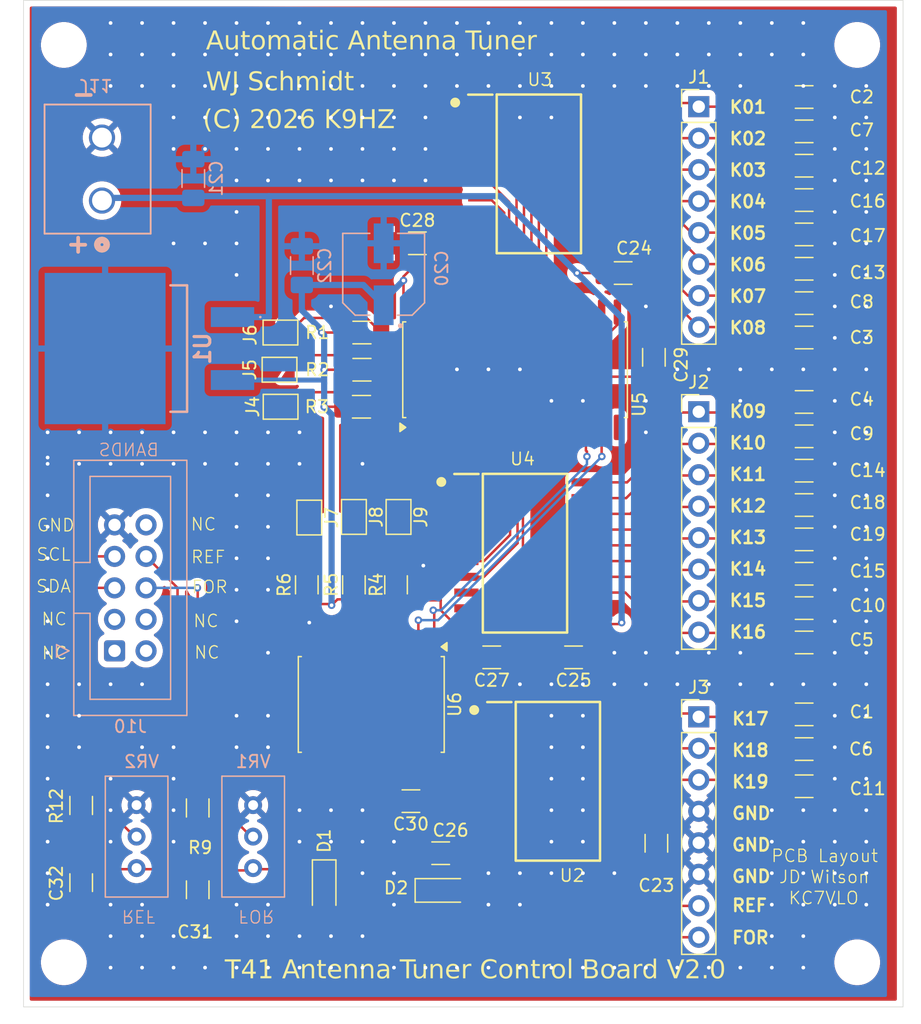
<source format=kicad_pcb>
(kicad_pcb (version 20241229) (generator "pcbnew") (generator_version "9.0")
  (title_block (title "K9HZ 100W AUTO TUNER CONTROL BOARD") (date "2026-01-19") (rev "1.0") (company "COPYRIGHT 2025 WJ Schmidt") (comment 1 "Designed by WJ Schmidt - K9HZ") (comment 2 "Kicad Schematic Capture and PCB Optimization JWilson - KC7VLO"))
  (layers (0 "F.Cu" signal) (2 "B.Cu" signal) (13 "F.Paste" user) (15 "B.Paste" user) (5 "F.SilkS" user "F.Silkscreen") (7 "B.SilkS" user "B.Silkscreen") (1 "F.Mask" user) (3 "B.Mask" user) (25 "Edge.Cuts" user))
  (net 0 "")
  (net 1 "GND")
  (net 2 "Net-(J3-P1)")
  (net 3 "Net-(J1-P1)")
  (net 4 "Net-(J1-P8)")
  (net 5 "Net-(J2-P1)")
  (net 6 "Net-(J2-P8)")
  (net 7 "Net-(J3-P2)")
  (net 8 "Net-(J1-P2)")
  (net 9 "Net-(J1-P7)")
  (net 10 "Net-(J2-P2)")
  (net 11 "Net-(J2-P7)")
  (net 12 "Net-(J3-P3)")
  (net 13 "Net-(J1-P3)")
  (net 14 "Net-(J1-P6)")
  (net 15 "Net-(J2-P3)")
  (net 16 "Net-(J2-P6)")
  (net 17 "Net-(J1-P4)")
  (net 18 "Net-(J1-P5)")
  (net 19 "Net-(J2-P4)")
  (net 20 "Net-(J2-P5)")
  (net 21 "+5V")
  (net 22 "+12V")
  (net 23 "Net-(D1-(C))")
  (net 24 "Net-(D2-(C))")
  (net 25 "Net-(D1-(A))")
  (net 26 "Net-(D2-(A))")
  (net 27 "Net-(J10-Pin_8)")
  (net 28 "Net-(J10-Pin_6)")
  (net 29 "Net-(J10-Pin_5)")
  (net 30 "Net-(J10-Pin_7)")
  (net 31 "Net-(J5-B)")
  (net 32 "Net-(J6-B)")
  (net 33 "Net-(J7-B)")
  (net 34 "Net-(J8-B)")
  (net 35 "Net-(J9-B)")
  (net 36 "Net-(R9-Pad2)")
  (net 37 "Net-(R12-Pad2)")
  (net 38 "Net-(U2-IN7)")
  (net 39 "Net-(U2-IN6)")
  (net 42 "Net-(U2-IN4)")
  (net 43 "Net-(U2-IN1)")
  (net 44 "Net-(U2-IN5)")
  (net 46 "Net-(U2-IN2)")
  (net 49 "Net-(U2-IN3)")
  (net 50 "Net-(U2-IN8)")
  (net 51 "Net-(U3-IN6)")
  (net 52 "Net-(U3-IN7)")
  (net 53 "Net-(U3-IN5)")
  (net 54 "Net-(U3-IN3)")
  (net 55 "Net-(U3-IN8)")
  (net 56 "Net-(U3-IN1)")
  (net 57 "Net-(U3-IN2)")
  (net 58 "Net-(U3-IN4)")
  (net 59 "Net-(U4-IN1)")
  (net 60 "Net-(U4-IN8)")
  (net 61 "Net-(U4-IN5)")
  (net 62 "Net-(U4-IN7)")
  (net 63 "Net-(U4-IN4)")
  (net 64 "Net-(U4-IN2)")
  (net 65 "Net-(U4-IN6)")
  (net 66 "Net-(U4-IN3)")
  (net 73 "Net-(J4-B)")
  (footprint "UDN2987LW:SOIC127P1030X265-20N" (layer "F.Cu") (at 147.843 117.05)
    (property "Reference" "U2")
    (property "Value" "UDN2987LWTR-6-T" (hide yes))
  )
  (footprint "Capacitor_SMD:C_1206_3216Metric_Pad1.33x1.80mm_HandSolder" (layer "F.Cu") (at 167.708 75.707143)
    (property "Reference" "C13")
    (property "Value" "0.1uf 50V" (hide yes))
  )
  (footprint "Capacitor_SMD:C_1206_3216Metric_Pad1.33x1.80mm_HandSolder" (layer "F.Cu") (at 167.708 91.992857)
    (property "Reference" "C14")
    (property "Value" "0.1uf 50V" (hide yes))
  )
  (footprint "Jumper:SolderJumper-2_P1.3mm_Open_TrianglePad1.0x1.5mm" (layer "F.Cu") (at 125.388 83.85)
    (property "Reference" "J5")
    (property "Value" "A1" (hide yes))
  )
  (footprint "Capacitor_SMD:C_1206_3216Metric_Pad1.33x1.80mm_HandSolder" (layer "F.Cu") (at 167.708 94.764286)
    (property "Reference" "C18")
    (property "Value" "0.1uf 50V" (hide yes))
  )
  (footprint "Jumper:SolderJumper-2_P1.3mm_Open_TrianglePad1.0x1.5mm" (layer "F.Cu") (at 131.388 95.725 -90)
    (property "Reference" "J8")
    (property "Value" "A1" (hide yes))
  )
  (footprint "UDN2987LW:SOIC127P1030X265-20N" (layer "F.Cu") (at 145.188 98.65)
    (property "Reference" "U4")
    (property "Value" "UDN2987LWTR-6-T" (hide yes))
  )
  (footprint "Capacitor_SMD:C_1206_3216Metric_Pad1.33x1.80mm_HandSolder" (layer "F.Cu") (at 167.708 89.221429)
    (property "Reference" "C9")
    (property "Value" "0.1uf 50V" (hide yes))
  )
  (footprint "Capacitor_SMD:C_1206_3216Metric_Pad1.33x1.80mm_HandSolder" (layer "F.Cu") (at 167.708 114.45)
    (property "Reference" "C6")
    (property "Value" "0.1uf 50V" (hide yes))
  )
  (footprint "MountingHole:MountingHole_3.2mm_M3" (layer "F.Cu") (at 107.988 131.65)
    (property "Reference" "H3" (hide yes))
    (property "Value" "MountingHole")
  )
  (footprint "Capacitor_SMD:C_1206_3216Metric_Pad1.33x1.80mm_HandSolder" (layer "F.Cu") (at 155.788 122.05 90)
    (property "Reference" "C23")
    (property "Value" "0.1uf 50V" (hide yes))
  )
  (footprint "Connector_PinHeader_2.54mm:PinHeader_1x08_P2.54mm_Vertical" (layer "F.Cu") (at 159.208 111.85)
    (property "Reference" "J3")
    (property "Value" "1986717-8" (hide yes))
  )
  (footprint "Connector_PinHeader_2.54mm:PinHeader_1x08_P2.54mm_Vertical" (layer "F.Cu") (at 159.208 62.63)
    (property "Reference" "J1")
    (property "Value" "1986717-8" (hide yes))
  )
  (footprint "Capacitor_SMD:C_1206_3216Metric_Pad1.33x1.80mm_HandSolder" (layer "F.Cu") (at 167.708 111.65)
    (property "Reference" "C1")
    (property "Value" "0.1uf 50V" (hide yes))
  )
  (footprint "Capacitor_SMD:C_1206_3216Metric_Pad1.33x1.80mm_HandSolder" (layer "F.Cu") (at 167.708 70.164286)
    (property "Reference" "C16")
    (property "Value" "0.1uf 50V" (hide yes))
  )
  (footprint "Capacitor_SMD:C_1206_3216Metric_Pad1.33x1.80mm_HandSolder" (layer "F.Cu") (at 136.508 73.65)
    (property "Reference" "C28")
    (property "Value" "0.1uf 50V" (hide yes))
  )
  (footprint "Capacitor_SMD:C_1206_3216Metric_Pad1.33x1.80mm_HandSolder" (layer "F.Cu") (at 167.708 105.85)
    (property "Reference" "C5")
    (property "Value" "0.1uf 50V" (hide yes))
  )
  (footprint "Jumper:SolderJumper-2_P1.3mm_Open_TrianglePad1.0x1.5mm" (layer "F.Cu") (at 134.988 95.725 -90)
    (property "Reference" "J9")
    (property "Value" "A2" (hide yes))
  )
  (footprint "Capacitor_SMD:C_1206_3216Metric_Pad1.33x1.80mm_HandSolder" (layer "F.Cu") (at 167.708 81.25)
    (property "Reference" "C3")
    (property "Value" "0.1uf 50V" (hide yes))
  )
  (footprint "Capacitor_SMD:C_1206_3216Metric_Pad1.33x1.80mm_HandSolder" (layer "F.Cu") (at 167.708 97.535714)
    (property "Reference" "C19")
    (property "Value" "0.1uf 50V" (hide yes))
  )
  (footprint "MountingHole:MountingHole_3.2mm_M3" (layer "F.Cu") (at 171.988 131.65)
    (property "Reference" "H4" (hide yes))
    (property "Value" "MountingHole")
  )
  (footprint "Jumper:SolderJumper-2_P1.3mm_Open_TrianglePad1.0x1.5mm" (layer "F.Cu") (at 125.475 86.838)
    (property "Reference" "J4")
    (property "Value" "A0" (hide yes))
  )
  (footprint "Package_SO:SOIC-18W_7.5x11.6mm_P1.27mm" (layer "F.Cu") (at 132.788 110.85 -90)
    (property "Reference" "U6")
    (property "Value" "MCP23008-E/SO" (hide yes))
  )
  (footprint "Capacitor_SMD:C_1206_3216Metric_Pad1.33x1.80mm_HandSolder" (layer "F.Cu") (at 167.708 64.621429)
    (property "Reference" "C7")
    (property "Value" "0.1uf 50V" (hide yes))
  )
  (footprint "Capacitor_SMD:C_1206_3216Metric_Pad1.33x1.80mm_HandSolder" (layer "F.Cu") (at 167.708 78.478571)
    (property "Reference" "C8")
    (property "Value" "0.1uf 50V" (hide yes))
  )
  (footprint "Package_SO:SOIC-28W_7.5x17.9mm_P1.27mm" (layer "F.Cu") (at 144.388 83.85 90)
    (property "Reference" "U5")
    (property "Value" "MCP23017_SO" (hide yes))
  )
  (footprint "Capacitor_SMD:C_1206_3216Metric_Pad1.33x1.80mm_HandSolder" (layer "F.Cu") (at 155.588 82.85 90)
    (property "Reference" "C29")
    (property "Value" "0.1uf 50V" (hide yes))
  )
  (footprint "Resistor_SMD:R_1206_3216Metric_Pad1.30x1.75mm_HandSolder" (layer "F.Cu") (at 127.588 101.2 90)
    (property "Reference" "R6")
    (property "Value" "3.3K")
  )
  (footprint "Resistor_SMD:R_1206_3216Metric_Pad1.30x1.75mm_HandSolder" (layer "F.Cu") (at 132 86.838)
    (property "Reference" "R3")
    (property "Value" "3.3K" (hide yes))
  )
  (footprint "MountingHole:MountingHole_3.2mm_M3" (layer "F.Cu") (at 171.988 57.65)
    (property "Reference" "H2" (hide yes))
    (property "Value" "MountingHole")
  )
  (footprint "MountingHole:MountingHole_3.2mm_M3" (layer "F.Cu") (at 107.988 57.65)
    (property "Reference" "H1" (hide yes))
    (property "Value" "MountingHole")
  )
  (footprint "Diode_SMD:Nexperia_CFP3_SOD-123W" (layer "F.Cu") (at 138.588 125.85)
    (property "Reference" "D2")
    (property "Value" "BAS70H,115" (hide yes))
  )
  (footprint "Capacitor_SMD:C_1206_3216Metric_Pad1.33x1.80mm_HandSolder" (layer "F.Cu") (at 167.708 67.392857)
    (property "Reference" "C12")
    (property "Value" "0.1uf 50V" (hide yes))
  )
  (footprint "Capacitor_SMD:C_1206_3216Metric_Pad1.33x1.80mm_HandSolder" (layer "F.Cu") (at 167.708 72.935714)
    (property "Reference" "C17")
    (property "Value" "0.1uf 50V" (hide yes))
  )
  (footprint "Capacitor_SMD:C_1206_3216Metric_Pad1.33x1.80mm_HandSolder" (layer "F.Cu") (at 167.708 61.85)
    (property "Reference" "C2")
    (property "Value" "0.1uf 50V" (hide yes))
  )
  (footprint "Resistor_SMD:R_1206_3216Metric_Pad1.30x1.75mm_HandSolder" (layer "F.Cu") (at 131.388 101.2 90)
    (property "Reference" "R5")
    (property "Value" "3.3K" (hide yes))
  )
  (footprint "Capacitor_SMD:C_1206_3216Metric_Pad1.33x1.80mm_HandSolder" (layer "F.Cu") (at 118.788 125.8 -90)
    (property "Reference" "C31")
    (property "Value" "0.01uf 50V" (hide yes))
  )
  (footprint "Capacitor_SMD:C_1206_3216Metric_Pad1.33x1.80mm_HandSolder" (layer "F.Cu") (at 167.708 117.45)
    (property "Reference" "C11")
    (property "Value" "0.1uf 50V" (hide yes))
  )
  (footprint "Capacitor_SMD:C_1206_3216Metric_Pad1.33x1.80mm_HandSolder" (layer "F.Cu") (at 109.388 125.225151 -90)
    (property "Reference" "C32")
    (property "Value" "0.01uf 50V" (hide yes))
  )
  (footprint "Capacitor_SMD:C_1206_3216Metric_Pad1.33x1.80mm_HandSolder" (layer "F.Cu") (at 149.108 107.05 180)
    (property "Reference" "C25")
    (property "Value" "0.1uf 50V" (hide yes))
  )
  (footprint "Jumper:SolderJumper-2_P1.3mm_Open_TrianglePad1.0x1.5mm" (layer "F.Cu") (at 125.463 80.85)
    (property "Reference" "J6")
    (property "Value" "A2" (hide yes))
  )
  (footprint "Diode_SMD:Nexperia_CFP3_SOD-123W" (layer "F.Cu") (at 128.988 125.65 -90)
    (property "Reference" "D1")
    (property "Value" "BAS70H,115" (hide yes))
  )
  (footprint "Capacitor_SMD:C_1206_3216Metric_Pad1.33x1.80mm_HandSolder" (layer "F.Cu") (at 153.108 76.05)
    (property "Reference" "C24")
    (property "Value" "0.1uf 50V" (hide yes))
  )
  (footprint "Connector_PinHeader_2.54mm:PinHeader_1x08_P2.54mm_Vertical" (layer "F.Cu") (at 159.208 87.24)
    (property "Reference" "J2")
    (property "Value" "1986717-8" (hide yes))
  )
  (footprint "Capacitor_SMD:C_1206_3216Metric_Pad1.33x1.80mm_HandSolder" (layer "F.Cu") (at 167.708 100.307143)
    (property "Reference" "C15")
    (property "Value" "0.1uf 50V" (hide yes))
  )
  (footprint "Capacitor_SMD:C_1206_3216Metric_Pad1.33x1.80mm_HandSolder" (layer "F.Cu") (at 167.708 103.078571)
    (property "Reference" "C10")
    (property "Value" "0.1uf 50V" (hide yes))
  )
  (footprint "Capacitor_SMD:C_1206_3216Metric_Pad1.33x1.80mm_HandSolder" (layer "F.Cu") (at 142.508 107.05 180)
    (property "Reference" "C27")
    (property "Value" "0.1uf 50V" (hide yes))
  )
  (footprint "Capacitor_SMD:C_1206_3216Metric_Pad1.33x1.80mm_HandSolder" (layer "F.Cu") (at 167.708 86.45)
    (property "Reference" "C4")
    (property "Value" "0.1uf 50V" (hide yes))
  )
  (footprint "Resistor_SMD:R_1206_3216Metric_Pad1.30x1.75mm_HandSolder" (layer "F.Cu") (at 132.038 83.85)
    (property "Reference" "R2")
    (property "Value" "3.3K" (hide yes))
  )
  (footprint "Jumper:SolderJumper-2_P1.3mm_Open_TrianglePad1.0x1.5mm" (layer "F.Cu") (at 127.788 95.775 -90)
    (property "Reference" "J7")
    (property "Value" "A0" (hide yes))
  )
  (footprint "Capacitor_SMD:C_1206_3216Metric_Pad1.33x1.80mm_HandSolder" (layer "F.Cu") (at 135.988 118.65 180)
    (property "Reference" "C30")
    (property "Value" "0.1uf 50V" (hide yes))
  )
  (footprint "Resistor_SMD:R_1206_3216Metric_Pad1.30x1.75mm_HandSolder" (layer "F.Cu") (at 134.788 101.2 90)
    (property "Reference" "R4")
    (property "Value" "3.3K" (hide yes))
  )
  (footprint "UDN2987LW:SOIC127P1030X265-20N" (layer "F.Cu") (at 146.308 68.05)
    (property "Reference" "U3")
    (property "Value" "UDN2987LWTR-6-T" (hide yes))
  )
  (footprint "Resistor_SMD:R_1206_3216Metric_Pad1.30x1.75mm_HandSolder" (layer "F.Cu") (at 118.788 119.2 -90)
    (property "Reference" "R9")
    (property "Value" "10K" (hide yes))
  )
  (footprint "Resistor_SMD:R_1206_3216Metric_Pad1.30x1.75mm_HandSolder" (layer "F.Cu") (at 132.038 80.85)
    (property "Reference" "R1")
    (property "Value" "3.3K" (hide yes))
  )
  (footprint "Resistor_SMD:R_1206_3216Metric_Pad1.30x1.75mm_HandSolder" (layer "F.Cu") (at 109.388 119 -90)
    (property "Reference" "R12")
    (property "Value" "10K" (hide yes))
  )
  (footprint "Capacitor_SMD:C_1206_3216Metric_Pad1.33x1.80mm_HandSolder" (layer "F.Cu") (at 138.388 122.85)
    (property "Reference" "C26")
    (property "Value" "0.1uf 50V" (hide yes))
  )
  (footprint "Capacitor_SMD:C_1206_3216Metric_Pad1.33x1.80mm_HandSolder" (layer "B.Cu") (at 118.432 68.426 90)
    (property "Reference" "C21")
    (property "Value" "1uf 25V" (hide yes))
  )
  (footprint "Capacitor_SMD:C_1206_3216Metric_Pad1.33x1.80mm_HandSolder" (layer "B.Cu") (at 127.188 75.45 90)
    (property "Reference" "C22")
    (property "Value" "1uf 16V" (hide yes))
  )
  (footprint "Potentiometer_THT:Potentiometer_Bourns_3296W_Vertical" (layer "B.Cu") (at 113.855 124.052 -90)
    (property "Reference" "VR2")
    (property "Value" "22k" (hide yes))
  )
  (footprint "L7805ABD2TTR:L7805ABD2TTR" (layer "B.Cu") (at 115.187 82.142 -90)
    (property "Reference" "U1")
    (property "Value" "L7805ABD2T-TR" (hide yes))
  )
  (footprint "395310002:CONN_SD-39531-003_02P_MOL" (layer "B.Cu") (at 111.066 70.204 90)
    (property "Reference" "J11")
    (property "Value" "395310002" (hide yes))
  )
  (footprint "Connector_IDC:IDC-Header_2x05_P2.54mm_Vertical" (layer "B.Cu") (at 112.082 106.526)
    (property "Reference" "J10")
    (property "Value" "IDC2x5")
  )
  (footprint "EEE_FK1C221XP:CAP_EEEFK1C221XP" (layer "B.Cu") (at 133.788 76.15 90)
    (property "Reference" "C20")
    (property "Value" "220uf 16V")
  )
  (footprint "Potentiometer_THT:Potentiometer_Bourns_3296W_Vertical" (layer "B.Cu") (at 123.258 124.052 -90)
    (property "Reference" "VR1")
    (property "Value" "22k" (hide yes))
  )
  (gr_rect (start 104.738 54.05) (end 175.688 135.25) (stroke (width 0.05)) (fill no) (layer "Edge.Cuts"))
  (gr_text "K01" (at 161.588 63.25 0) (layer "F.SilkS") (effects (font (size 1 1) (thickness 0.2) (bold yes)) (justify left bottom)))
  (gr_text "JD Wilson" (at 165.616572 125.35 0) (layer "F.SilkS") (effects (font (size 1 1) (thickness 0.1)) (justify left bottom)))
  (gr_text "KC7VLO" (at 166.388 127.05 0) (layer "F.SilkS") (effects (font (size 1 1) (thickness 0.1)) (justify left bottom)))
  (gr_text "GND" (at 161.788 125.307143 0) (layer "F.SilkS") (effects (font (size 1 1) (thickness 0.2) (bold yes)) (justify left bottom)))
  (gr_text "K07" (at 161.588 78.507143 0) (layer "F.SilkS") (effects (font (size 1 1) (thickness 0.2) (bold yes)) (justify left bottom)))
  (gr_text "K04" (at 161.588 70.878571 0) (layer "F.SilkS") (effects (font (size 1 1) (thickness 0.2) (bold yes)) (justify left bottom)))
  (gr_text "WJ Schmidt\n" (at 119.448 61.568 0) (layer "F.SilkS") (effects (font (size 1.5 1.5) (thickness 0.25)) (justify left bottom)))
  (gr_text "K09" (at 161.588 87.792857 0) (layer "F.SilkS") (effects (font (size 1 1) (thickness 0.2) (bold yes)) (justify left bottom)))
  (gr_text "Automatic Antenna Tuner" (at 119.448 58.266 0) (layer "F.SilkS") (effects (font (size 1.5 1.5) (thickness 0.25)) (justify left bottom)))
  (gr_text "NC" (at 106.1466 107.2896 0) (layer "F.SilkS") (effects (font (size 1 1) (thickness 0.1)) (justify left bottom)))
  (gr_text "NC" (at 118.364 104.6988 0) (layer "F.SilkS") (effects (font (size 1 1) (thickness 0.1)) (justify left bottom)))
  (gr_text "NC" (at 106.1212 104.5464 0) (layer "F.SilkS") (effects (font (size 1 1) (thickness 0.1)) (justify left bottom)))
  (gr_text "GND" (at 105.7402 96.9772 0) (layer "F.SilkS") (effects (font (size 1 1) (thickness 0.1)) (justify left bottom)))
  (gr_text "K19" (at 161.788 117.678571 0) (layer "F.SilkS") (effects (font (size 1 1) (thickness 0.2) (bold yes)) (justify left bottom)))
  (gr_text "T41 Antenna Tuner Control Board V2.0" (at 120.972 133.196 0) (layer "F.SilkS") (effects (font (size 1.5 1.5) (thickness 0.25)) (justify left bottom)))
  (gr_text "PCB Layout" (at 164.988 123.65 0) (layer "F.SilkS") (effects (font (size 1 1) (thickness 0.1)) (justify left bottom)))
  (gr_text "K13" (at 161.588 97.964286 0) (layer "F.SilkS") (effects (font (size 1 1) (thickness 0.2) (bold yes)) (justify left bottom)))
  (gr_text "FOR" (at 161.788 130.25 0) (layer "F.SilkS") (effects (font (size 1 1) (thickness 0.2) (bold yes)) (justify left bottom)))
  (gr_text "K12" (at 161.588 95.421428 0) (layer "F.SilkS") (effects (font (size 1 1) (thickness 0.2) (bold yes)) (justify left bottom)))
  (gr_text "K10" (at 161.588 90.335714 0) (layer "F.SilkS") (effects (font (size 1 1) (thickness 0.2) (bold yes)) (justify left bottom)))
  (gr_text "K15" (at 161.588 103.05 0) (layer "F.SilkS") (effects (font (size 1 1) (thickness 0.2) (bold yes)) (justify left bottom)))
  (gr_text "SDA" (at 105.6894 101.9048 0) (layer "F.SilkS") (effects (font (size 1 1) (thickness 0.1)) (justify left bottom)))
  (gr_text "GND" (at 161.788 122.764286 0) (layer "F.SilkS") (effects (font (size 1 1) (thickness 0.2) (bold yes)) (justify left bottom)))
  (gr_text "K08" (at 161.588 81.05 0) (layer "F.SilkS") (effects (font (size 1 1) (thickness 0.2) (bold yes)) (justify left bottom)))
  (gr_text "REF" (at 118.1862 99.5426 0) (layer "F.SilkS") (effects (font (size 1 1) (thickness 0.1)) (justify left bottom)))
  (gr_text "K16" (at 161.588 105.592857 0) (layer "F.SilkS") (effects (font (size 1 1) (thickness 0.2) (bold yes)) (justify left bottom)))
  (gr_text "K11" (at 161.588 92.878571 0) (layer "F.SilkS") (effects (font (size 1 1) (thickness 0.2) (bold yes)) (justify left bottom)))
  (gr_text "K02" (at 161.588 65.792857 0) (layer "F.SilkS") (effects (font (size 1 1) (thickness 0.2) (bold yes)) (justify left bottom)))
  (gr_text "K17" (at 161.788 112.592857 0) (layer "F.SilkS") (effects (font (size 1 1) (thickness 0.2) (bold yes)) (justify left bottom)))
  (gr_text "K03" (at 161.588 68.335714 0) (layer "F.SilkS") (effects (font (size 1 1) (thickness 0.2) (bold yes)) (justify left bottom)))
  (gr_text "K05" (at 161.588 73.421429 0) (layer "F.SilkS") (effects (font (size 1 1) (thickness 0.2) (bold yes)) (justify left bottom)))
  (gr_text "K18" (at 161.788 115.135714 0) (layer "F.SilkS") (effects (font (size 1 1) (thickness 0.2) (bold yes)) (justify left bottom)))
  (gr_text "REF" (at 161.788 127.65 0) (layer "F.SilkS") (effects (font (size 1 1) (thickness 0.2) (bold yes)) (justify left bottom)))
  (gr_text "(C) 2026 K9HZ" (at 119.194 64.616 0) (layer "F.SilkS") (effects (font (size 1.5 1.5) (thickness 0.1875)) (justify left bottom)))
  (gr_text "K14" (at 161.588 100.507143 0) (layer "F.SilkS") (effects (font (size 1 1) (thickness 0.2) (bold yes)) (justify left bottom)))
  (gr_text "GND" (at 161.788 120.221428 0) (layer "F.SilkS") (effects (font (size 1 1) (thickness 0.2) (bold yes)) (justify left bottom)))
  (gr_text "NC" (at 118.4402 107.2388 0) (layer "F.SilkS") (effects (font (size 1 1) (thickness 0.1)) (justify left bottom)))
  (gr_text "NC" (at 118.1608 96.901 0) (layer "F.SilkS") (effects (font (size 1 1) (thickness 0.1)) (justify left bottom)))
  (gr_text "SCL" (at 105.7148 99.3394 0) (layer "F.SilkS") (effects (font (size 1 1) (thickness 0.1)) (justify left bottom)))
  (gr_text "K06" (at 161.588 75.964286 0) (layer "F.SilkS") (effects (font (size 1 1) (thickness 0.2) (bold yes)) (justify left bottom)))
  (gr_text "FOR" (at 118.237 101.9556 0) (layer "F.SilkS") (effects (font (size 1 1) (thickness 0.1)) (justify left bottom)))
  (gr_text "-" (at 110.7131 62.457 0) (layer "B.SilkS") (effects (font (size 1.5 1.5) (thickness 0.3) (bold yes)) (justify left bottom mirror)))
  (gr_text "REF" (at 112.59 127.354 180) (layer "B.SilkS") (effects (font (size 1 1) (thickness 0.1)) (justify left bottom mirror)))
  (gr_text "BANDS" (at 115.7224 90.9066 0) (layer "B.SilkS") (effects (font (size 1 1) (thickness 0.1)) (justify left bottom mirror)))
  (gr_text "+" (at 108.018 72.998 180) (layer "B.SilkS") (effects (font (size 1.5 1.5) (thickness 0.3) (bold yes)) (justify left bottom mirror)))
  (gr_text "FOR" (at 121.988 127.354 180) (layer "B.SilkS") (effects (font (size 1 1) (thickness 0.1)) (justify left bottom mirror)))
  (segment (start 112.248 96.33) (end 112.588 95.99) (width 0.2) (layer "F.Cu") (net 1))
  (segment (start 154.5355 121.74) (end 155.788 120.4875) (width 0.2) (layer "F.Cu") (net 1))
  (segment (start 152.708 121.74) (end 154.5355 121.74) (width 0.2) (layer "F.Cu") (net 1))
  (via (at 170.18 93.98) (size 0.6) (drill 0.3) (layers "F.Cu" "B.Cu") (net 1))
  (via (at 147.32 58.42) (size 0.6) (drill 0.3) (layers "F.Cu" "B.Cu") (net 1))
  (via (at 149.86 121.92) (size 0.6) (drill 0.3) (layers "F.Cu" "B.Cu") (net 1))
  (via (at 162.56 83.82) (size 0.6) (drill 0.3) (layers "F.Cu" "B.Cu") (net 1))
  (via (at 137.16 60.96) (size 0.6) (drill 0.3) (layers "F.Cu" "B.Cu") (net 1))
  (via (at 157.48 83.82) (size 0.6) (drill 0.3) (layers "F.Cu" "B.Cu") (net 1))
  (via (at 127 91.44) (size 0.6) (drill 0.3) (layers "F.Cu" "B.Cu") (net 1))
  (via (at 106.68 106.68) (size 0.6) (drill 0.3) (layers "F.Cu" "B.Cu") (net 1))
  (via (at 144.78 63.5) (size 0.6) (drill 0.3) (layers "F.Cu" "B.Cu") (net 1))
  (via (at 147.32 55.88) (size 0.6) (drill 0.3) (layers "F.Cu" "B.Cu") (net 1))
  (via (at 139.7 58.42) (size 0.6) (drill 0.3) (layers "F.Cu" "B.Cu") (net 1))
  (via (at 116.84 63.5) (size 0.6) (drill 0.3) (layers "F.Cu" "B.Cu") (net 1))
  (via (at 147.32 86.36) (size 0.6) (drill 0.3) (layers "F.Cu" "B.Cu") (net 1))
  (via (at 132.08 132.08) (size 0.6) (drill 0.3) (layers "F.Cu" "B.Cu") (net 1))
  (via (at 157.48 132.08) (size 0.6) (drill 0.3) (layers "F.Cu" "B.Cu") (net 1))
  (via (at 170.18 121.92) (size 0.6) (drill 0.3) (layers "F.Cu" "B.Cu") (net 1))
  (via (at 114.3 58.42) (size 0.6) (drill 0.3) (layers "F.Cu" "B.Cu") (net 1))
  (via (at 119.38 88.9) (size 0.6) (drill 0.3) (layers "F.Cu" "B.Cu") (net 1))
  (via (at 119.38 66.04) (size 0.6) (drill 0.3) (layers "F.Cu" "B.Cu") (net 1))
  (via (at 127 132.08) (size 0.6) (drill 0.3) (layers "F.Cu" "B.Cu") (net 1))
  (via (at 111.76 119.38) (size 0.6) (drill 0.3) (layers "F.Cu" "B.Cu") (net 1))
  (via (at 170.18 81.28) (size 0.6) (drill 0.3) (layers "F.Cu" "B.Cu") (net 1))
  (via (at 149.86 60.96) (size 0.6) (drill 0.3) (layers "F.Cu" "B.Cu") (net 1))
  (via (at 121.92 132.08) (size 0.6) (drill 0.3) (layers "F.Cu" "B.Cu") (net 1))
  (via (at 165.1 109.22) (size 0.6) (drill 0.3) (layers "F.Cu" "B.Cu") (net 1))
  (via (at 129.54 119.38) (size 0.6) (drill 0.3) (layers "F.Cu" "B.Cu") (net 1))
  (via (at 172.72 71.12) (size 0.6) (drill 0.3) (layers "F.Cu" "B.Cu") (net 1))
  (via (at 116.84 132.08) (size 0.6) (drill 0.3) (layers "F.Cu" "B.Cu") (net 1))
  (via (at 170.18 96.52) (size 0.6) (drill 0.3) (layers "F.Cu" "B.Cu") (net 1))
  (via (at 106.68 114.3) (size 0.6) (drill 0.3) (layers "F.Cu" "B.Cu") (net 1))
  (via (at 124.46 101.6) (size 0.6) (drill 0.3) (layers "F.Cu" "B.Cu") (net 1))
  (via (at 152.4 124.46) (size 0.6) (drill 0.3) (layers "F.Cu" "B.Cu") (net 1))
  (via (at 170.18 127) (size 0.6) (drill 0.3) (layers "F.Cu" "B.Cu") (net 1))
  (via (at 111.76 116.84) (size 0.6) (drill 0.3) (layers "F.Cu" "B.Cu") (net 1))
  (via (at 172.72 104.14) (size 0.6) (drill 0.3) (layers "F.Cu" "B.Cu") (net 1))
  (via (at 139.7 132.08) (size 0.6) (drill 0.3) (layers "F.Cu" "B.Cu") (net 1))
  (via (at 160.02 132.08) (size 0.6) (drill 0.3) (layers "F.Cu" "B.Cu") (net 1))
  (via (at 167.64 58.42) (size 0.6) (drill 0.3) (layers "F.Cu" "B.Cu") (net 1))
  (via (at 160.02 55.88) (size 0.6) (drill 0.3) (layers "F.Cu" "B.Cu") (net 1))
  (via (at 144.78 109.22) (size 0.6) (drill 0.3) (layers "F.Cu" "B.Cu") (net 1))
  (via (at 111.76 58.42) (size 0.6) (drill 0.3) (layers "F.Cu" "B.Cu") (net 1))
  (via (at 172.72 78.74) (size 0.6) (drill 0.3) (layers "F.Cu" "B.Cu") (net 1))
  (via (at 144.78 55.88) (size 0.6) (drill 0.3) (layers "F.Cu" "B.Cu") (net 1))
  (via (at 172.72 121.92) (size 0.6) (drill 0.3) (layers "F.Cu" "B.Cu") (net 1))
  (via (at 119.38 129.54) (size 0.6) (drill 0.3) (layers "F.Cu" "B.Cu") (net 1))
  (via (at 106.68 127) (size 0.6) (drill 0.3) (layers "F.Cu" "B.Cu") (net 1))
  (via (at 121.92 68.58) (size 0.6) (drill 0.3) (layers "F.Cu" "B.Cu") (net 1))
  (via (at 129.54 78.74) (size 0.6) (drill 0.3) (layers "F.Cu" "B.Cu") (net 1))
  (via (at 111.76 91.44) (size 0.6) (drill 0.3) (layers "F.Cu" "B.Cu") (net 1))
  (via (at 121.92 73.66) (size 0.6) (drill 0.3) (layers "F.Cu" "B.Cu") (net 1))
  (via (at 160.02 109.22) (size 0.6) (drill 0.3) (layers "F.Cu" "B.Cu") (net 1))
  (via (at 129.54 60.96) (size 0.6) (drill 0.3) (layers "F.Cu" "B.Cu") (net 1))
  (via (at 147.32 132.08) (size 0.6) (drill 0.3) (layers "F.Cu" "B.Cu") (net 1))
  (via (at 121.92 55.88) (size 0.6) (drill 0.3) (layers "F.Cu" "B.Cu") (net 1))
  (via (at 121.92 96.52) (size 0.6) (drill 0.3) (layers "F.Cu" "B.Cu") (net 1))
  (via (at 154.94 60.96) (size 0.6) (drill 0.3) (layers "F.Cu" "B.Cu") (net 1))
  (via (at 167.64 109.22) (size 0.6) (drill 0.3) (layers "F.Cu" "B.Cu") (net 1))
  (via (at 149.86 124.46) (size 0.6) (drill 0.3) (layers "F.Cu" "B.Cu") (net 1))
  (via (at 172.72 114.3) (size 0.6) (drill 0.3) (layers "F.Cu" "B.Cu") (net 1))
  (via (at 137.16 58.42) (size 0.6) (drill 0.3) (layers "F.Cu" "B.Cu") (net 1))
  (via (at 111.76 121.92) (size 0.6) (drill 0.3) (layers "F.Cu" "B.Cu") (net 1))
  (via (at 172.72 83.82) (size 0.6) (drill 0.3) (layers "F.Cu" "B.Cu") (net 1))
  (via (at 172.72 99.06) (size 0.6) (drill 0.3) (layers "F.Cu" "B.Cu") (net 1))
  (via (at 121.92 71.12) (size 0.6) (drill 0.3) (layers "F.Cu" "B.Cu") (net 1))
  (via (at 170.18 63.5) (size 0.6) (drill 0.3) (layers "F.Cu" "B.Cu") (net 1))
  (via (at 121.92 101.6) (size 0.6) (drill 0.3) (layers "F.Cu" "B.Cu") (net 1))
  (via (at 152.4 132.08) (size 0.6) (drill 0.3) (layers "F.Cu" "B.Cu") (net 1))
  (via (at 134.62 60.96) (size 0.6) (drill 0.3) (layers "F.Cu" "B.Cu") (net 1))
  (via (at 172.72 68.58) (size 0.6) (drill 0.3) (layers "F.Cu" "B.Cu") (net 1))
  (via (at 152.4 106.68) (size 0.6) (drill 0.3) (layers "F.Cu" "B.Cu") (net 1))
  (via (at 124.46 114.3) (size 0.6) (drill 0.3) (layers "F.Cu" "B.Cu") (net 1))
  (via (at 167.64 119.38) (size 0.6) (drill 0.3) (layers "F.Cu" "B.Cu") (net 1))
  (via (at 114.3 109.22) (size 0.6) (drill 0.3) (layers "F.Cu" "B.Cu") (net 1))
  (via (at 116.84 91.44) (size 0.6) (drill 0.3) (layers "F.Cu" "B.Cu") (net 1))
  (via (at 154.94 132.08) (size 0.6) (drill 0.3) (layers "F.Cu" "B.Cu") (net 1))
  (via (at 119.38 60.96) (size 0.6) (drill 0.3) (layers "F.Cu" "B.Cu") (net 1))
  (via (at 172.72 88.9) (size 0.6) (drill 0.3) (layers "F.Cu" "B.Cu") (net 1))
  (via (at 129.54 63.5) (size 0.6) (drill 0.3) (layers "F.Cu" "B.Cu") (net 1))
  (via (at 106.68 93.98) (size 0.6) (drill 0.3) (layers "F.Cu" "B.Cu") (net 1))
  (via (at 124.46 66.04) (size 0.6) (drill 0.3) (layers "F.Cu" "B.Cu") (net 1))
  (via (at 170.18 73.66) (size 0.6) (drill 0.3) (layers "F.Cu" "B.Cu") (net 1))
  (via (at 119.38 58.42) (size 0.6) (drill 0.3) (layers "F.Cu" "B.Cu") (net 1))
  (via (at 167.64 55.88) (size 0.6) (drill 0.3) (layers "F.Cu" "B.Cu") (net 1))
  (via (at 116.84 60.96) (size 0.6) (drill 0.3) (layers "F.Cu" "B.Cu") (net 1))
  (via (at 124.46 96.52) (size 0.6) (drill 0.3) (layers "F.Cu" "B.Cu") (net 1))
  (via (at 152.4 109.22) (size 0.6) (drill 0.3) (layers "F.Cu" "B.Cu") (net 1))
  (via (at 116.84 129.54) (size 0.6) (drill 0.3) (layers "F.Cu" "B.Cu") (net 1))
  (via (at 127 66.04) (size 0.6) (drill 0.3) (layers "F.Cu" "B.Cu") (net 1))
  (via (at 154.94 58.42) (size 0.6) (drill 0.3) (layers "F.Cu" "B.Cu") (net 1))
  (via (at 167.64 129.54) (size 0.6) (drill 0.3) (layers "F.Cu" "B.Cu") (net 1))
  (via (at 116.84 114.3) (size 0.6) (drill 0.3) (layers "F.Cu" "B.Cu") (net 1))
  (via (at 121.92 88.9) (size 0.6) (drill 0.3) (layers "F.Cu" "B.Cu") (net 1))
  (via (at 162.56 55.88) (size 0.6) (drill 0.3) (layers "F.Cu" "B.Cu") (net 1))
  (via (at 170.18 101.6) (size 0.6) (drill 0.3) (layers "F.Cu" "B.Cu") (net 1))
  (via (at 127.788 104.25) (size 0.6) (drill 0.3) (layers "F.Cu" "B.Cu") (net 1))
  (via (at 119.38 73.66) (size 0.6) (drill 0.3) (layers "F.Cu" "B.Cu") (net 1))
  (via (at 106.68 124.46) (size 0.6) (drill 0.3) (layers "F.Cu" "B.Cu") (net 1))
  (via (at 149.86 109.22) (size 0.6) (drill 0.3) (layers "F.Cu" "B.Cu") (net 1))
  (via (at 132.08 91.44) (size 0.6) (drill 0.3) (layers "F.Cu" "B.Cu") (net 1))
  (via (at 170.18 91.44) (size 0.6) (drill 0.3) (layers "F.Cu" "B.Cu") (net 1))
  (via (at 106.68 91.44) (size 0.6) (drill 0.3) (layers "F.Cu" "B.Cu") (net 1))
  (via (at 154.94 78.74) (size 0.6) (drill 0.3) (layers "F.Cu" "B.Cu") (net 1))
  (via (at 170.18 88.9) (size 0.6) (drill 0.3) (layers "F.Cu" "B.Cu") (net 1))
  (via (at 114.3 114.3) (size 0.6) (drill 0.3) (layers "F.Cu" "B.Cu") (net 1))
  (via (at 134.62 68.58) (size 0.6) (drill 0.3) (layers "F.Cu" "B.Cu") (net 1))
  (via (at 106.68 101.6) (size 0.6) (drill 0.3) (layers "F.Cu" "B.Cu") (net 1))
  (via (at 124.46 93.98) (size 0.6) (drill 0.3) (layers "F.Cu" "B.Cu") (net 1))
  (via (at 124.46 91.44) (size 0.6) (drill 0.3) (layers "F.Cu" "B.Cu") (net 1))
  (via (at 127 121.92) (size 0.6) (drill 0.3) (layers "F.Cu" "B.Cu") (net 1))
  (via (at 157.48 60.96) (size 0.6) (drill 0.3) (layers "F.Cu" "B.Cu") (net 1))
  (via (at 134.62 58.42) (size 0.6) (drill 0.3) (layers "F.Cu" "B.Cu") (net 1))
  (via (at 144.78 124.46) (size 0.6) (drill 0.3) (layers "F.Cu" "B.Cu") (net 1))
  (via (at 127 119.38) (size 0.6) (drill 0.3) (layers "F.Cu" "B.Cu") (net 1))
  (via (at 132.08 124.46) (size 0.6) (drill 0.3) (layers "F.Cu" "B.Cu") (net 1))
  (via (at 109.22 114.3) (size 0.6) (drill 0.3) (layers "F.Cu" "B.Cu") (net 1))
  (via (at 149.86 111.76) (size 0.6) (drill 0.3) (layers "F.Cu" "B.Cu") (net 1))
  (via (at 157.48 109.22) (size 0.6) (drill 0.3) (layers "F.Cu" "B.Cu") (net 1))
  (via (at 165.1 129.54) (size 0.6) (drill 0.3) (layers "F.Cu" "B.Cu") (net 1))
  (via (at 167.64 60.96) (size 0.6) (drill 0.3) (layers "F.Cu" "B.Cu") (net 1))
  (via (at 147.32 63.5) (size 0.6) (drill 0.3) (layers "F.Cu" "B.Cu") (net 1))
  (via (at 127 60.96) (size 0.6) (drill 0.3) (layers "F.Cu" "B.Cu") (net 1))
  (via (at 121.92 76.2) (size 0.6) (drill 0.3) (layers "F.Cu" "B.Cu") (net 1))
  (via (at 170.18 71.12) (size 0.6) (drill 0.3) (layers "F.Cu" "B.Cu") (net 1))
  (via (at 147.32 124.46) (size 0.6) (drill 0.3) (layers "F.Cu" "B.Cu") (net 1))
  (via (at 116.84 116.84) (size 0.6) (drill 0.3) (layers "F.Cu" "B.Cu") (net 1))
  (via (at 149.86 86.36) (size 0.6) (drill 0.3) (layers "F.Cu" "B.Cu") (net 1))
  (via (at 167.64 121.92) (size 0.6) (drill 0.3) (layers "F.Cu" "B.Cu") (net 1))
  (via (at 149.86 132.08) (size 0.6) (drill 0.3) (layers "F.Cu" "B.Cu") (net 1))
  (via (at 106.68 119.38) (size 0.6) (drill 0.3) (layers "F.Cu" "B.Cu") (net 1))
  (via (at 165.1 132.08) (size 0.6) (drill 0.3) (layers "F.Cu" "B.Cu") (net 1))
  (via (at 147.32 116.84) (size 0.6) (drill 0.3) (layers "F.Cu" "B.Cu") (net 1))
  (via (at 172.72 116.84) (size 0.6) (drill 0.3) (layers "F.Cu" "B.Cu") (net 1))
  (via (at 154.94 109.22) (size 0.6) (drill 0.3) (layers "F.Cu" "B.Cu") (net 1))
  (via (at 121.92 93.98) (size 0.6) (drill 0.3) (layers "F.Cu" "B.Cu") (net 1))
  (via (at 165.1 124.46) (size 0.6) (drill 0.3) (layers "F.Cu" "B.Cu") (net 1))
  (via (at 124.46 68.58) (size 0.6) (drill 0.3) (layers "F.Cu" "B.Cu") (net 1))
  (via (at 106.68 96.52) (size 0.6) (drill 0.3) (layers "F.Cu" "B.Cu") (net 1))
  (via (at 165.1 83.82) (size 0.6) (drill 0.3) (layers "F.Cu" "B.Cu") (net 1))
  (via (at 162.56 132.08) (size 0.6) (drill 0.3) (layers "F.Cu" "B.Cu") (net 1))
  (via (at 111.76 132.08) (size 0.6) (drill 0.3) (layers "F.Cu" "B.Cu") (net 1))
  (via (at 127 129.54) (size 0.6) (drill 0.3) (layers "F.Cu" "B.Cu") (net 1))
  (via (at 157.48 58.42) (size 0.6) (drill 0.3) (layers "F.Cu" "B.Cu") (net 1))
  (via (at 147.32 114.3) (size 0.6) (drill 0.3) (layers "F.Cu" "B.Cu") (net 1))
  (via (at 172.72 119.38) (size 0.6) (drill 0.3) (layers "F.Cu" "B.Cu") (net 1))
  (via (at 154.94 88.9) (size 0.6) (drill 0.3) (layers "F.Cu" "B.Cu") (net 1))
  (via (at 139.7 60.96) (size 0.6) (drill 0.3) (layers "F.Cu" "B.Cu") (net 1))
  (via (at 147.32 119.38) (size 0.6) (drill 0.3) (layers "F.Cu" "B.Cu") (net 1))
  (via (at 124.46 106.68) (size 0.6) (drill 0.3) (layers "F.Cu" "B.Cu") (net 1))
  (via (at 134.62 66.04) (size 0.6) (drill 0.3) (layers "F.Cu" "B.Cu") (net 1))
  (via (at 172.72 124.46) (size 0.6) (drill 0.3) (layers "F.Cu" "B.Cu") (net 1))
  (via (at 152.4 60.96) (size 0.6) (drill 0.3) (layers "F.Cu" "B.Cu") (net 1))
  (via (at 172.72 111.76) (size 0.6) (drill 0.3) (layers "F.Cu" "B.Cu") (net 1))
  (via (at 152.4 58.42) (size 0.6) (drill 0.3) (layers "F.Cu" "B.Cu") (net 1))
  (via (at 154.94 55.88) (size 0.6) (drill 0.3) (layers "F.Cu" "B.Cu") (net 1))
  (via (at 165.1 58.42) (size 0.6) (drill 0.3) (layers "F.Cu" "B.Cu") (net 1))
  (via (at 114.3 132.08) (size 0.6) (drill 0.3) (layers "F.Cu" "B.Cu") (net 1))
  (via (at 137.16 68.58) (size 0.6) (drill 0.3) (layers "F.Cu" "B.Cu") (net 1))
  (via (at 142.24 58.42) (size 0.6) (drill 0.3) (layers "F.Cu" "B.Cu") (net 1))
  (via (at 142.24 124.46) (size 0.6) (drill 0.3) (layers "F.Cu" "B.Cu") (net 1))
  (via (at 106.68 104.14) (size 0.6) (drill 0.3) (layers "F.Cu" "B.Cu") (net 1))
  (via (at 172.72 86.36) (size 0.6) (drill 0.3) (layers "F.Cu" "B.Cu") (net 1))
  (via (at 147.32 60.96) (size 0.6) (drill 0.3) (layers "F.Cu" "B.Cu") (net 1))
  (via (at 124.46 127) (size 0.6) (drill 0.3) (layers "F.Cu" "B.Cu") (net 1))
  (via (at 172.72 60.96) (size 0.6) (drill 0.3) (layers "F.Cu" "B.Cu") (net 1))
  (via (at 116.84 55.88) (size 0.6) (drill 0.3) (layers "F.Cu" "B.Cu") (net 1))
  (via (at 129.54 132.08) (size 0.6) (drill 0.3) (layers "F.Cu" "B.Cu") (net 1))
  (via (at 134.62 121.92) (size 0.6) (drill 0.3) (layers "F.Cu" "B.Cu") (net 1))
  (via (at 127 68.58) (size 0.6) (drill 0.3) (layers "F.Cu" "B.Cu") (net 1))
  (via (at 144.78 127) (size 0.6) (drill 0.3) (layers "F.Cu" "B.Cu") (net 1))
  (via (at 170.18 114.3) (size 0.6) (drill 0.3) (layers "F.Cu" "B.Cu") (net 1))
  (via (at 170.18 109.22) (size 0.6) (drill 0.3) (layers "F.Cu" "B.Cu") (net 1))
  (via (at 132.08 58.42) (size 0.6) (drill 0.3) (layers "F.Cu" "B.Cu") (net 1))
  (via (at 106.68 90.932) (size 0.6) (drill 0.3) (layers "F.Cu" "B.Cu") (net 1))
  (via (at 121.92 91.44) (size 0.6) (drill 0.3) (layers "F.Cu" "B.Cu") (net 1))
  (via (at 172.72 66.04) (size 0.6) (drill 0.3) (layers "F.Cu" "B.Cu") (net 1))
  (via (at 111.76 127) (size 0.6) (drill 0.3) (layers "F.Cu" "B.Cu") (net 1))
  (via (at 157.48 55.88) (size 0.6) (drill 0.3) (layers "F.Cu" "B.Cu") (net 1))
  (via (at 172.72 101.6) (size 0.6) (drill 0.3) (layers "F.Cu" "B.Cu") (net 1))
  (via (at 129.54 58.42) (size 0.6) (drill 0.3) (layers "F.Cu" "B.Cu") (net 1))
  (via (at 167.64 124.46) (size 0.6) (drill 0.3) (layers "F.Cu" "B.Cu") (net 1))
  (via (at 162.56 109.22) (size 0.6) (drill 0.3) (layers "F.Cu" "B.Cu") (net 1))
  (via (at 172.72 76.2) (size 0.6) (drill 0.3) (layers "F.Cu" "B.Cu") (net 1))
  (via (at 109.22 88.9) (size 0.6) (drill 0.3) (layers "F.Cu" "B.Cu") (net 1))
  (via (at 162.56 60.96) (size 0.6) (drill 0.3) (layers "F.Cu" "B.Cu") (net 1))
  (via (at 172.72 63.5) (size 0.6) (drill 0.3) (layers "F.Cu" "B.Cu") (net 1))
  (via (at 172.72 106.68) (size 0.6) (drill 0.3) (layers "F.Cu" "B.Cu") (net 1))
  (via (at 137.16 132.08) (size 0.6) (drill 0.3) (layers "F.Cu" "B.Cu") (net 1))
  (via (at 139.7 55.88) (size 0.6) (drill 0.3) (layers "F.Cu" "B.Cu") (net 1))
  (via (at 162.56 106.68) (size 0.6) (drill 0.3) (layers "F.Cu" "B.Cu") (net 1))
  (via (at 167.64 83.82) (size 0.6) (drill 0.3) (layers "F.Cu" "B.Cu") (net 1))
  (via (at 170.18 60.96) (size 0.6) (drill 0.3) (layers "F.Cu" "B.Cu") (net 1))
  (via (at 137.16 55.88) (size 0.6) (drill 0.3) (layers "F.Cu" "B.Cu") (net 1))
  (via (at 129.54 121.92) (size 0.6) (drill 0.3) (layers "F.Cu" "B.Cu") (net 1))
  (via (at 137.16 63.5) (size 0.6) (drill 0.3) (layers "F.Cu" "B.Cu") (net 1))
  (via (at 121.92 99.06) (size 0.6) (drill 0.3) (layers "F.Cu" "B.Cu") (net 1))
  (via (at 170.18 116.84) (size 0.6) (drill 0.3) (layers "F.Cu" "B.Cu") (net 1))
  (via (at 129.54 66.04) (size 0.6) (drill 0.3) (layers "F.Cu" "B.Cu") (net 1))
  (via (at 132.08 60.96) (size 0.6) (drill 0.3) (layers "F.Cu" "B.Cu") (net 1))
  (via (at 170.18 104.14) (size 0.6) (drill 0.3) (layers "F.Cu" "B.Cu") (net 1))
  (via (at 127 58.42) (size 0.6) (drill 0.3) (layers "F.Cu" "B.Cu") (net 1))
  (via (at 157.48 106.68) (size 0.6) (drill 0.3) (layers "F.Cu" "B.Cu") (net 1))
  (via (at 170.18 78.74) (size 0.6) (drill 0.3) (layers "F.Cu" "B.Cu") (net 1))
  (via (at 147.32 111.76) (size 0.6) (drill 0.3) (layers "F.Cu" "B.Cu") (net 1))
  (via (at 132.08 121.92) (size 0.6) (drill 0.3) (layers "F.Cu" "B.Cu") (net 1))
  (via (at 124.46 111.76) (size 0.6) (drill 0.3) (layers "F.Cu" "B.Cu") (net 1))
  (via (at 170.18 99.06) (size 0.6) (drill 0.3) (layers "F.Cu" "B.Cu") (net 1))
  (via (at 132.08 119.38) (size 0.6) (drill 0.3) (layers "F.Cu" "B.Cu") (net 1))
  (via (at 144.78 132.08) (size 0.6) (drill 0.3) (layers "F.Cu" "B.Cu") (net 1))
  (via (at 132.08 129.54) (size 0.6) (drill 0.3) (layers "F.Cu" "B.Cu") (net 1))
  (via (at 172.72 73.66) (size 0.6) (drill 0.3) (layers "F.Cu" "B.Cu") (net 1))
  (via (at 132.08 63.5) (size 0.6) (drill 0.3) (layers "F.Cu" "B.Cu") (net 1))
  (via (at 139.7 83.82) (size 0.6) (drill 0.3) (layers "F.Cu" "B.Cu") (net 1))
  (via (at 119.38 132.08) (size 0.6) (drill 0.3) (layers "F.Cu" "B.Cu") (net 1))
  (via (at 142.24 55.88) (size 0.6) (drill 0.3) (layers "F.Cu" "B.Cu") (net 1))
  (via (at 124.46 60.96) (size 0.6) (drill 0.3) (layers "F.Cu" "B.Cu") (net 1))
  (via (at 172.72 127) (size 0.6) (drill 0.3) (layers "F.Cu" "B.Cu") (net 1))
  (via (at 119.38 63.5) (size 0.6) (drill 0.3) (layers "F.Cu" "B.Cu") (net 1))
  (via (at 142.24 60.96) (size 0.6) (drill 0.3) (layers "F.Cu" "B.Cu") (net 1))
  (via (at 121.92 129.54) (size 0.6) (drill 0.3) (layers "F.Cu" "B.Cu") (net 1))
  (via (at 111.76 109.22) (size 0.6) (drill 0.3) (layers "F.Cu" "B.Cu") (net 1))
  (via (at 114.3 55.88) (size 0.6) (drill 0.3) (layers "F.Cu" "B.Cu") (net 1))
  (via (at 127 63.5) (size 0.6) (drill 0.3) (layers "F.Cu" "B.Cu") (net 1))
  (via (at 132.08 68.58) (size 0.6) (drill 0.3) (layers "F.Cu" "B.Cu") (net 1))
  (via (at 124.46 58.42) (size 0.6) (drill 0.3) (layers "F.Cu" "B.Cu") (net 1))
  (via (at 134.62 127) (size 0.6) (drill 0.3) (layers "F.Cu" "B.Cu") (net 1))
  (via (at 116.84 121.92) (size 0.6) (drill 0.3) (layers "F.Cu" "B.Cu") (net 1))
  (via (at 121.92 66.04) (size 0.6) (drill 0.3) (layers "F.Cu" "B.Cu") (net 1))
  (via (at 106.68 121.92) (size 0.6) (drill 0.3) (layers "F.Cu" "B.Cu") (net 1))
  (via (at 142.24 132.08) (size 0.6) (drill 0.3) (layers "F.Cu" "B.Cu") (net 1))
  (via (at 144.78 60.96) (size 0.6) (drill 0.3) (layers "F.Cu" "B.Cu") (net 1))
  (via (at 162.56 58.42) (size 0.6) (drill 0.3) (layers "F.Cu" "B.Cu") (net 1))
  (via (at 129.54 129.54) (size 0.6) (drill 0.3) (layers "F.Cu" "B.Cu") (net 1))
  (via (at 124.46 99.06) (size 0.6) (drill 0.3) (layers "F.Cu" "B.Cu") (net 1))
  (via (at 116.84 66.04) (size 0.6) (drill 0.3) (layers "F.Cu" "B.Cu") (net 1))
  (via (at 154.94 86.36) (size 0.6) (drill 0.3) (layers "F.Cu" "B.Cu") (net 1))
  (via (at 121.92 111.76) (size 0.6) (drill 0.3) (layers "F.Cu" "B.Cu") (net 1))
  (via (at 136.988 99.65) (size 0.6) (drill 0.3) (layers "F.Cu" "B.Cu") (net 1))
  (via (at 114.3 88.9) (size 0.6) (drill 0.3) (layers "F.Cu" "B.Cu") (net 1))
  (via (at 147.32 121.92) (size 0.6) (drill 0.3) (layers "F.Cu" "B.Cu") (net 1))
  (via (at 170.18 68.58) (size 0.6) (drill 0.3) (layers "F.Cu" "B.Cu") (net 1))
  (via (at 116.84 58.42) (size 0.6) (drill 0.3) (layers "F.Cu" "B.Cu") (net 1))
  (via (at 121.92 114.3) (size 0.6) (drill 0.3) (layers "F.Cu" "B.Cu") (net 1))
  (via (at 172.72 81.28) (size 0.6) (drill 0.3) (layers "F.Cu" "B.Cu") (net 1))
  (via (at 160.02 83.82) (size 0.6) (drill 0.3) (layers "F.Cu" "B.Cu") (net 1))
  (via (at 124.46 88.9) (size 0.6) (drill 0.3) (layers "F.Cu" "B.Cu") (net 1))
  (via (at 106.68 116.84) (size 0.6) (drill 0.3) (layers "F.Cu" "B.Cu") (net 1))
  (via (at 106.68 88.9) (size 0.6) (drill 0.3) (layers "F.Cu" "B.Cu") (net 1))
  (via (at 165.1 127) (size 0.6) (drill 0.3) (layers "F.Cu" "B.Cu") (net 1))
  (via (at 149.86 58.42) (size 0.6) (drill 0.3) (layers "F.Cu" "B.Cu") (net 1))
  (via (at 160.02 106.68) (size 0.6) (drill 0.3) (layers "F.Cu" "B.Cu") (net 1))
  (via (at 172.72 109.22) (size 0.6) (drill 0.3) (layers "F.Cu" "B.Cu") (net 1))
  (via (at 170.18 83.82) (size 0.6) (drill 0.3) (layers "F.Cu" "B.Cu") (net 1))
  (via (at 137.16 66.04) (size 0.6) (drill 0.3) (layers "F.Cu" "B.Cu") (net 1))
  (via (at 142.24 83.82) (size 0.6) (drill 0.3) (layers "F.Cu" "B.Cu") (net 1))
  (via (at 121.92 127) (size 0.6) (drill 0.3) (layers "F.Cu" "B.Cu") (net 1))
  (via (at 162.56 86.36) (size 0.6) (drill 0.3) (layers "F.Cu" "B.Cu") (net 1))
  (via (at 165.1 119.38) (size 0.6) (drill 0.3) (layers "F.Cu" "B.Cu") (net 1))
  (via (at 160.02 60.96) (size 0.6) (drill 0.3) (layers "F.Cu" "B.Cu") (net 1))
  (via (at 106.68 109.22) (size 0.6) (drill 0.3) (layers "F.Cu" "B.Cu") (net 1))
  (via (at 127 55.88) (size 0.6) (drill 0.3) (layers "F.Cu" "B.Cu") (net 1))
  (via (at 109.22 91.44) (size 0.6) (drill 0.3) (layers "F.Cu" "B.Cu") (net 1))
  (via (at 165.1 121.92) (size 0.6) (drill 0.3) (layers "F.Cu" "B.Cu") (net 1))
  (via (at 132.08 66.04) (size 0.6) (drill 0.3) (layers "F.Cu" "B.Cu") (net 1))
  (via (at 144.78 58.42) (size 0.6) (drill 0.3) (layers "F.Cu" "B.Cu") (net 1))
  (via (at 111.76 129.54) (size 0.6) (drill 0.3) (layers "F.Cu" "B.Cu") (net 1))
  (via (at 124.46 132.08) (size 0.6) (drill 0.3) (layers "F.Cu" "B.Cu") (net 1))
  (via (at 144.78 83.82) (size 0.6) (drill 0.3) (layers "F.Cu" "B.Cu") (net 1))
  (via (at 129.54 68.58) (size 0.6) (drill 0.3) (layers "F.Cu" "B.Cu") (net 1))
  (via (at 116.84 88.9) (size 0.6) (drill 0.3) (layers "F.Cu" "B.Cu") (net 1))
  (via (at 167.64 127) (size 0.6) (drill 0.3) (layers "F.Cu" "B.Cu") (net 1))
  (via (at 129.54 55.88) (size 0.6) (drill 0.3) (layers "F.Cu" "B.Cu") (net 1))
  (via (at 134.62 132.08) (size 0.6) (drill 0.3) (layers "F.Cu" "B.Cu") (net 1))
  (via (at 111.76 60.96) (size 0.6) (drill 0.3) (layers "F.Cu" "B.Cu") (net 1))
  (via (at 147.32 109.22) (size 0.6) (drill 0.3) (layers "F.Cu" "B.Cu") (net 1))
  (via (at 167.64 132.08) (size 0.6) (drill 0.3) (layers "F.Cu" "B.Cu") (net 1))
  (via (at 154.94 106.68) (size 0.6) (drill 0.3) (layers "F.Cu" "B.Cu") (net 1))
  (via (at 132.08 55.88) (size 0.6) (drill 0.3) (layers "F.Cu" "B.Cu") (net 1))
  (via (at 170.18 119.38) (size 0.6) (drill 0.3) (layers "F.Cu" "B.Cu") (net 1))
  (via (at 119.38 91.44) (size 0.6) (drill 0.3) (layers "F.Cu" "B.Cu") (net 1))
  (via (at 121.92 58.42) (size 0.6) (drill 0.3) (layers "F.Cu" "B.Cu") (net 1))
  (via (at 170.18 124.46) (size 0.6) (drill 0.3) (layers "F.Cu" "B.Cu") (net 1))
  (via (at 111.76 88.9) (size 0.6) (drill 0.3) (layers "F.Cu" "B.Cu") (net 1))
  (via (at 114.3 129.54) (size 0.6) (drill 0.3) (layers "F.Cu" "B.Cu") (net 1))
  (via (at 142.24 127) (size 0.6) (drill 0.3) (layers "F.Cu" "B.Cu") (net 1))
  (via (at 172.72 91.44) (size 0.6) (drill 0.3) (layers "F.Cu" "B.Cu") (net 1))
  (via (at 111.76 55.88) (size 0.6) (drill 0.3) (layers "F.Cu" "B.Cu") (net 1))
  (via (at 116.84 73.66) (size 0.6) (drill 0.3) (layers "F.Cu" "B.Cu") (net 1))
  (via (at 149.86 119.38) (size 0.6) (drill 0.3) (layers "F.Cu" "B.Cu") (net 1))
  (via (at 109.22 111.76) (size 0.6) (drill 0.3) (layers "F.Cu" "B.Cu") (net 1))
  (via (at 170.18 66.04) (size 0.6) (drill 0.3) (layers "F.Cu" "B.Cu") (net 1))
  (via (at 152.4 55.88) (size 0.6) (drill 0.3) (layers "F.Cu" "B.Cu") (net 1))
  (via (at 172.72 93.98) (size 0.6) (drill 0.3) (layers "F.Cu" "B.Cu") (net 1))
  (via (at 106.68 111.76) (size 0.6) (drill 0.3) (layers "F.Cu" "B.Cu") (net 1))
  (via (at 114.3 91.44) (size 0.6) (drill 0.3) (layers "F.Cu" "B.Cu") (net 1))
  (via (at 172.72 96.52) (size 0.6) (drill 0.3) (layers "F.Cu" "B.Cu") (net 1))
  (via (at 134.62 124.46) (size 0.6) (drill 0.3) (layers "F.Cu" "B.Cu") (net 1))
  (via (at 114.3 60.96) (size 0.6) (drill 0.3) (layers "F.Cu" "B.Cu") (net 1))
  (via (at 124.46 55.88) (size 0.6) (drill 0.3) (layers "F.Cu" "B.Cu") (net 1))
  (via (at 119.38 55.88) (size 0.6) (drill 0.3) (layers "F.Cu" "B.Cu") (net 1))
  (via (at 170.18 111.76) (size 0.6) (drill 0.3) (layers "F.Cu" "B.Cu") (net 1))
  (via (at 149.86 114.3) (size 0.6) (drill 0.3) (layers "F.Cu" "B.Cu") (net 1))
  (via (at 121.92 63.5) (size 0.6) (drill 0.3) (layers "F.Cu" "B.Cu") (net 1))
  (via (at 134.62 55.88) (size 0.6) (drill 0.3) (layers "F.Cu" "B.Cu") (net 1))
  (via (at 106.68 99.06) (size 0.6) (drill 0.3) (layers "F.Cu" "B.Cu") (net 1))
  (via (at 160.02 58.42) (size 0.6) (drill 0.3) (layers "F.Cu" "B.Cu") (net 1))
  (via (at 127 88.9) (size 0.6) (drill 0.3) (layers "F.Cu" "B.Cu") (net 1))
  (via (at 121.92 104.14) (size 0.6) (drill 0.3) (layers "F.Cu" "B.Cu") (net 1))
  (via (at 170.18 86.36) (size 0.6) (drill 0.3) (layers "F.Cu" "B.Cu") (net 1))
  (via (at 114.3 127) (size 0.6) (drill 0.3) (layers "F.Cu" "B.Cu") (net 1))
  (via (at 124.46 63.5) (size 0.6) (drill 0.3) (layers "F.Cu" "B.Cu") (net 1))
  (via (at 109.22 109.22) (size 0.6) (drill 0.3) (layers "F.Cu" "B.Cu") (net 1))
  (via (at 149.86 116.84) (size 0.6) (drill 0.3) (layers "F.Cu" "B.Cu") (net 1))
  (via (at 165.1 55.88) (size 0.6) (drill 0.3) (layers "F.Cu" "B.Cu") (net 1))
  (via (at 116.84 119.38) (size 0.6) (drill 0.3) (layers "F.Cu" "B.Cu") (net 1))
  (via (at 170.18 76.2) (size 0.6) (drill 0.3) (layers "F.Cu" "B.Cu") (net 1))
  (via (at 124.46 129.54) (size 0.6) (drill 0.3) (layers "F.Cu" "B.Cu") (net 1))
  (via (at 149.86 55.88) (size 0.6) (drill 0.3) (layers "F.Cu" "B.Cu") (net 1))
  (via (at 134.62 63.5) (size 0.6) (drill 0.3) (layers "F.Cu" "B.Cu") (net 1))
  (via (at 170.18 106.68) (size 0.6) (drill 0.3) (layers "F.Cu" "B.Cu") (net 1))
  (via (at 121.92 60.96) (size 0.6) (drill 0.3) (layers "F.Cu" "B.Cu") (net 1))
  (segment (start 152.708 111.58) (end 159.038 111.58) (width 0.2) (layer "F.Cu") (net 2))
  (segment (start 159.038 111.58) (end 159.308 111.85) (width 0.2) (layer "F.Cu") (net 2))
  (segment (start 159.308 111.85) (end 165.9455 111.85) (width 0.2) (layer "F.Cu") (net 2))
  (segment (start 165.9455 111.85) (end 166.1455 111.65) (width 0.2) (layer "F.Cu") (net 2))
  (segment (start 151.173 62.335) (end 158.913 62.335) (width 0.2) (layer "F.Cu") (net 3))
  (segment (start 159.208 62.63) (end 160.928 62.63) (width 0.2) (layer "F.Cu") (net 3))
  (segment (start 161.708 61.85) (end 166.1455 61.85) (width 0.2) (layer "F.Cu") (net 3))
  (segment (start 160.928 62.63) (end 161.708 61.85) (width 0.2) (layer "F.Cu") (net 3))
  (segment (start 158.913 62.335) (end 159.208 62.63) (width 0.2) (layer "F.Cu") (net 3))
  (segment (start 161.908 81.25) (end 166.1455 81.25) (width 0.2) (layer "F.Cu") (net 4))
  (segment (start 161.068 80.41) (end 161.908 81.25) (width 0.2) (layer "F.Cu") (net 4))
  (segment (start 152.727 71.225) (end 151.173 71.225) (width 0.2) (layer "F.Cu") (net 4))
  (segment (start 159.208 80.41) (end 161.068 80.41) (width 0.2) (layer "F.Cu") (net 4))
  (segment (start 156.508 75.006) (end 152.727 71.225) (width 0.2) (layer "F.Cu") (net 4))
  (segment (start 156.508 77.71) (end 156.508 75.006) (width 0.2) (layer "F.Cu") (net 4))
  (segment (start 159.208 80.41) (end 156.508 77.71) (width 0.2) (layer "F.Cu") (net 4))
  (segment (start 156.308 88.25) (end 157.308 87.25) (width 0.2) (layer "F.Cu") (net 5))
  (segment (start 157.308 87.25) (end 157.358 87.3) (width 0.2) (layer "F.Cu") (net 5))
  (segment (start 156.308 90.05) (end 156.308 88.25) (width 0.2) (layer "F.Cu") (net 5))
  (segment (start 150.773 92.935) (end 153.423 92.935) (width 0.2) (layer "F.Cu") (net 5))
  (segment (start 157.358 87.3) (end 159.208 87.3) (width 0.2) (layer "F.Cu") (net 5))
  (segment (start 159.208 87.3) (end 165.2955 87.3) (width 0.2) (layer "F.Cu") (net 5))
  (segment (start 165.303 87.3) (end 166.153 86.45) (width 0.2) (layer "F.Cu") (net 5))
  (segment (start 153.423 92.935) (end 156.308 90.05) (width 0.2) (layer "F.Cu") (net 5))
  (segment (start 150.773 101.825) (end 153.283 101.825) (width 0.2) (layer "F.Cu") (net 6))
  (segment (start 153.283 101.825) (end 156.538 105.08) (width 0.2) (layer "F.Cu") (net 6))
  (segment (start 159.208 105.08) (end 165.3755 105.08) (width 0.2) (layer "F.Cu") (net 6))
  (segment (start 156.538 105.08) (end 159.208 105.08) (width 0.2) (layer "F.Cu") (net 6))
  (segment (start 165.303 105.08) (end 166.073 105.85) (width 0.2) (layer "F.Cu") (net 6))
  (segment (start 166.0855 114.39) (end 166.1455 114.45) (width 0.2) (layer "F.Cu") (net 7))
  (segment (start 152.708 112.85) (end 155.508 112.85) (width 0.2) (layer "F.Cu") (net 7))
  (segment (start 159.308 114.39) (end 166.0855 114.39) (width 0.2) (layer "F.Cu") (net 7))
  (segment (start 155.508 112.85) (end 157.048 114.39) (width 0.2) (layer "F.Cu") (net 7))
  (segment (start 157.048 114.39) (end 159.308 114.39) (width 0.2) (layer "F.Cu") (net 7))
  (segment (start 155.863 63.605) (end 157.428 65.17) (width 0.2) (layer "F.Cu") (net 8))
  (segment (start 151.173 63.605) (end 155.863 63.605) (width 0.2) (layer "F.Cu") (net 8))
  (segment (start 157.428 65.17) (end 159.208 65.17) (width 0.2) (layer "F.Cu") (net 8))
  (segment (start 161.188 65.17) (end 161.736571 64.621429) (width 0.2) (layer "F.Cu") (net 8))
  (segment (start 159.208 65.17) (end 161.188 65.17) (width 0.2) (layer "F.Cu") (net 8))
  (segment (start 161.736571 64.621429) (end 166.1455 64.621429) (width 0.2) (layer "F.Cu") (net 8))
  (segment (start 159.208 77.87) (end 158.328 77.87) (width 0.2) (layer "F.Cu") (net 9))
  (segment (start 152.883 69.955) (end 151.173 69.955) (width 0.2) (layer "F.Cu") (net 9))
  (segment (start 161.936571 78.478571) (end 166.1455 78.478571) (width 0.2) (layer "F.Cu") (net 9))
  (segment (start 158.328 77.87) (end 157.508 77.05) (width 0.2) (layer "F.Cu") (net 9))
  (segment (start 157.508 77.05) (end 157.508 74.58) (width 0.2) (layer "F.Cu") (net 9))
  (segment (start 157.508 74.58) (end 152.883 69.955) (width 0.2) (layer "F.Cu") (net 9))
  (segment (start 159.208 77.87) (end 161.328 77.87) (width 0.2) (layer "F.Cu") (net 9))
  (segment (start 161.328 77.87) (end 161.936571 78.478571) (width 0.2) (layer "F.Cu") (net 9))
  (segment (start 153.353 94.205) (end 157.718 89.84) (width 0.2) (layer "F.Cu") (net 10))
  (segment (start 159.208 89.84) (end 165.526929 89.84) (width 0.2) (layer "F.Cu") (net 10))
  (segment (start 157.718 89.84) (end 159.208 89.84) (width 0.2) (layer "F.Cu") (net 10))
  (segment (start 165.303 89.84) (end 165.921571 89.221429) (width 0.2) (layer "F.Cu") (net 10))
  (segment (start 150.773 94.205) (end 153.353 94.205) (width 0.2) (layer "F.Cu") (net 10))
  (segment (start 154.213 100.555) (end 156.198 102.54) (width 0.2) (layer "F.Cu") (net 11))
  (segment (start 165.303 102.54) (end 165.841571 103.078571) (width 0.2) (layer "F.Cu") (net 11))
  (segment (start 159.208 102.54) (end 165.606929 102.54) (width 0.2) (layer "F.Cu") (net 11))
  (segment (start 156.198 102.54) (end 159.208 102.54) (width 0.2) (layer "F.Cu") (net 11))
  (segment (start 150.773 100.555) (end 154.213 100.555) (width 0.2) (layer "F.Cu") (net 11))
  (segment (start 156.788 116.93) (end 165.6255 116.93) (width 0.2) (layer "F.Cu") (net 12))
  (segment (start 152.708 114.12) (end 153.978 114.12) (width 0.2) (layer "F.Cu") (net 12))
  (segment (start 165.6255 116.93) (end 166.1455 117.45) (width 0.2) (layer "F.Cu") (net 12))
  (segment (start 153.978 114.12) (end 156.788 116.93) (width 0.2) (layer "F.Cu") (net 12))
  (segment (start 157.568 67.71) (end 159.208 67.71) (width 0.2) (layer "F.Cu") (net 13))
  (segment (start 159.208 67.71) (end 161.448 67.71) (width 0.2) (layer "F.Cu") (net 13))
  (segment (start 161.448 67.71) (end 161.765143 67.392857) (width 0.2) (layer "F.Cu") (net 13))
  (segment (start 161.765143 67.392857) (end 166.1455 67.392857) (width 0.2) (layer "F.Cu") (net 13))
  (segment (start 151.173 64.875) (end 154.733 64.875) (width 0.2) (layer "F.Cu") (net 13))
  (segment (start 154.733 64.875) (end 157.568 67.71) (width 0.2) (layer "F.Cu") (net 13))
  (segment (start 160.988 75.33) (end 161.365143 75.707143) (width 0.2) (layer "F.Cu") (net 14))
  (segment (start 151.173 68.685) (end 153.023 68.685) (width 0.2) (layer "F.Cu") (net 14))
  (segment (start 159.208 74.87) (end 159.208 75.33) (width 0.2) (layer "F.Cu") (net 14))
  (segment (start 159.208 75.33) (end 160.988 75.33) (width 0.2) (layer "F.Cu") (net 14))
  (segment (start 153.023 68.685) (end 159.208 74.87) (width 0.2) (layer "F.Cu") (net 14))
  (segment (start 161.365143 75.707143) (end 166.1455 75.707143) (width 0.2) (layer "F.Cu") (net 14))
  (segment (start 153.683 95.475) (end 156.778 92.38) (width 0.2) (layer "F.Cu") (net 15))
  (segment (start 165.303 92.38) (end 165.690143 91.992857) (width 0.2) (layer "F.Cu") (net 15))
  (segment (start 150.773 95.475) (end 153.683 95.475) (width 0.2) (layer "F.Cu") (net 15))
  (segment (start 159.208 92.38) (end 165.758357 92.38) (width 0.2) (layer "F.Cu") (net 15))
  (segment (start 156.778 92.38) (end 159.208 92.38) (width 0.2) (layer "F.Cu") (net 15))
  (segment (start 154.543 99.285) (end 155.258 100) (width 0.2) (layer "F.Cu") (net 16))
  (segment (start 159.208 100) (end 165.838357 100) (width 0.2) (layer "F.Cu") (net 16))
  (segment (start 155.258 100) (end 159.208 100) (width 0.2) (layer "F.Cu") (net 16))
  (segment (start 165.303 100) (end 165.610143 100.307143) (width 0.2) (layer "F.Cu") (net 16))
  (segment (start 150.773 99.285) (end 154.543 99.285) (width 0.2) (layer "F.Cu") (net 16))
  (segment (start 159.208 70.25) (end 166.059786 70.25) (width 0.2) (layer "F.Cu") (net 17))
  (segment (start 157.708 70.25) (end 159.208 70.25) (width 0.2) (layer "F.Cu") (net 17))
  (segment (start 151.173 66.145) (end 153.603 66.145) (width 0.2) (layer "F.Cu") (net 17))
  (segment (start 153.603 66.145) (end 157.708 70.25) (width 0.2) (layer "F.Cu") (net 17))
  (segment (start 166.059786 70.25) (end 166.1455 70.164286) (width 0.2) (layer "F.Cu") (net 17))
  (segment (start 153.235 67.415) (end 158.61 72.79) (width 0.2) (layer "F.Cu") (net 18))
  (segment (start 151.173 67.415) (end 153.235 67.415) (width 0.2) (layer "F.Cu") (net 18))
  (segment (start 158.61 72.79) (end 159.208 72.79) (width 0.2) (layer "F.Cu") (net 18))
  (segment (start 159.208 72.79) (end 165.999786 72.79) (width 0.2) (layer "F.Cu") (net 18))
  (segment (start 165.999786 72.79) (end 166.1455 72.935714) (width 0.2) (layer "F.Cu") (net 18))
  (segment (start 155.978 94.92) (end 159.208 94.92) (width 0.2) (layer "F.Cu") (net 19))
  (segment (start 159.208 94.92) (end 165.989786 94.92) (width 0.2) (layer "F.Cu") (net 19))
  (segment (start 155.908 94.85) (end 155.978 94.92) (width 0.2) (layer "F.Cu") (net 19))
  (segment (start 154.013 96.745) (end 155.908 94.85) (width 0.2) (layer "F.Cu") (net 19))
  (segment (start 150.773 96.745) (end 154.013 96.745) (width 0.2) (layer "F.Cu") (net 19))
  (segment (start 150.773 98.015) (end 154.743 98.015) (width 0.2) (layer "F.Cu") (net 20))
  (segment (start 159.208 97.46) (end 166.069786 97.46) (width 0.2) (layer "F.Cu") (net 20))
  (segment (start 154.743 98.015) (end 155.308 97.45) (width 0.2) (layer "F.Cu") (net 20))
  (segment (start 155.308 97.45) (end 155.318 97.46) (width 0.2) (layer "F.Cu") (net 20))
  (segment (start 155.318 97.46) (end 159.208 97.46) (width 0.2) (layer "F.Cu") (net 20))
  (segment (start 134.788 88.25) (end 134.125 88.913) (width 0.2) (layer "F.Cu") (net 21))
  (segment (start 142.978 123.01) (end 144.028 123.01) (width 0.2) (layer "F.Cu") (net 21))
  (segment (start 139.503 104.365) (end 138.388 103.25) (width 0.2) (layer "F.Cu") (net 21))
  (segment (start 146.293 87.475001) (end 146.293 85.545) (width 0.2) (layer "F.Cu") (net 21))
  (segment (start 144.028 123.01) (end 144.588 122.45) (width 0.2) (layer "F.Cu") (net 21))
  (segment (start 141.043 104.365) (end 139.503 104.365) (width 0.2) (layer "F.Cu") (net 21))
  (segment (start 141.043 106.9525) (end 141.043 104.365) (width 0.2) (layer "F.Cu") (net 21))
  (segment (start 131.518 102.88) (end 131.388 102.75) (width 0.2) (layer "F.Cu") (net 21))
  (segment (start 130.488 80.85) (end 128.788 80.85) (width 0.2) (layer "F.Cu") (net 21))
  (segment (start 137.5505 115.8175) (end 137.868 115.5) (width 0.2) (layer "F.Cu") (net 21))
  (segment (start 137.5505 118.65) (end 137.5505 115.8175) (width 0.2) (layer "F.Cu") (net 21))
  (segment (start 138.388 103.25) (end 138.388 102.45) (width 0.2) (layer "F.Cu") (net 21))
  (segment (start 130.45 86.838) (end 129.588 87.7) (width 0.2) (layer "F.Cu") (net 21))
  (segment (start 138.388 102.45) (end 135.088 102.45) (width 0.2) (layer "F.Cu") (net 21))
  (segment (start 140.988 107.05) (end 140.9455 107.05) (width 0.2) (layer "F.Cu") (net 21))
  (segment (start 148.833 79.2) (end 148.833 80.224999) (width 0.2) (layer "F.Cu") (net 21))
  (segment (start 131.518 106.2) (end 131.518 102.88) (width 0.2) (layer "F.Cu") (net 21))
  (segment (start 129.488 102.75) (end 129.588 102.85) (width 0.2) (layer "F.Cu") (net 21))
  (segment (start 130.45 86.838) (end 129 86.838) (width 0.2) (layer "F.Cu") (net 21))
  (segment (start 137.5505 120.4125) (end 137.5505 118.65) (width 0.2) (layer "F.Cu") (net 21))
  (segment (start 142.978 123.01) (end 140.1105 123.01) (width 0.2) (layer "F.Cu") (net 21))
  (segment (start 132.525 88.913) (end 138.388 94.776) (width 0.2) (layer "F.Cu") (net 21))
  (segment (start 129 86.838) (end 128.988 86.85) (width 0.2) (layer "F.Cu") (net 21))
  (segment (start 135.588 86.65) (end 134.788 87.45) (width 0.2) (layer "F.Cu") (net 21))
  (segment (start 144.588 110.65) (end 140.988 107.05) (width 0.2) (layer "F.Cu") (net 21))
  (segment (start 148.207999 80.85) (end 135.388 80.85) (width 0.2) (layer "F.Cu") (net 21))
  (segment (start 130.488 83.85) (end 128.988 83.85) (width 0.2) (layer "F.Cu") (net 21))
  (segment (start 135.388 80.85) (end 135.388 76.65) (width 0.2) (layer "F.Cu") (net 21))
  (segment (start 131.012 102.374) (end 130.064 102.374) (width 0.2) (layer "F.Cu") (net 21))
  (segment (start 147.4255 84.4125) (end 155.588 84.4125) (width 0.2) (layer "F.Cu") (net 21))
  (segment (start 134.125 88.913) (end 132.525 88.913) (width 0.2) (layer "F.Cu") (net 21))
  (segment (start 146.293 88.5) (end 146.293 87.475001) (width 0.2) (layer "F.Cu") (net 21))
  (segment (start 146.293 85.545) (end 147.4255 84.4125) (width 0.2) (layer "F.Cu") (net 21))
  (segment (start 130.064 102.374) (end 129.588 102.85) (width 0.2) (layer "F.Cu") (net 21))
  (segment (start 129.588 87.7) (end 129.588 102.85) (width 0.2) (layer "F.Cu") (net 21))
  (segment (start 146.293 87.475001) (end 145.467999 86.65) (width 0.2) (layer "F.Cu") (net 21))
  (segment (start 138.0705 73.65) (end 141.328 73.65) (width 0.2) (layer "F.Cu") (net 21))
  (segment (start 130.45 86.838) (end 132.525 88.913) (width 0.2) (layer "F.Cu") (net 21))
  (segment (start 140.1105 123.01) (end 139.9505 122.85) (width 0.2) (layer "F.Cu") (net 21))
  (segment (start 144.588 122.45) (end 144.588 110.65) (width 0.2) (layer "F.Cu") (net 21))
  (segment (start 148.833 80.224999) (end 148.207999 80.85) (width 0.2) (layer "F.Cu") (net 21))
  (segment (start 139.9505 122.85) (end 139.9505 122.8125) (width 0.2) (layer "F.Cu") (net 21))
  (segment (start 135.088 102.45) (end 134.788 102.75) (width 0.2) (layer "F.Cu") (net 21))
  (segment (start 139.9505 122.8125) (end 137.5505 120.4125) (width 0.2) (layer "F.Cu") (net 21))
  (segment (start 141.328 73.65) (end 141.443 73.765) (width 0.2) (layer "F.Cu") (net 21))
  (segment (start 145.467999 86.65) (end 135.588 86.65) (width 0.2) (layer "F.Cu") (net 21))
  (segment (start 131.388 102.75) (end 131.012 102.374) (width 0.2) (layer "F.Cu") (net 21))
  (segment (start 138.388 94.776) (end 138.388 102.45) (width 0.2) (layer "F.Cu") (net 21))
  (segment (start 135.388 76.3325) (end 138.0705 73.65) (width 0.2) (layer "F.Cu") (net 21))
  (segment (start 134.788 87.45) (end 134.788 88.25) (width 0.2) (layer "F.Cu") (net 21))
  (segment (start 135.388 76.65) (end 135.388 76.3325) (width 0.2) (layer "F.Cu") (net 21))
  (segment (start 127.588 102.75) (end 129.488 102.75) (width 0.2) (layer "F.Cu") (net 21))
  (segment (start 140.9455 107.05) (end 141.043 106.9525) (width 0.2) (layer "F.Cu") (net 21))
  (via (at 128.988 86.85) (size 0.6) (drill 0.3) (layers "F.Cu" "B.Cu") (net 21))
  (via (at 128.788 80.85) (size 0.6) (drill 0.3) (layers "F.Cu" "B.Cu") (net 21))
  (via (at 129.588 102.85) (size 0.6) (drill 0.3) (layers "F.Cu" "B.Cu") (net 21))
  (via (at 135.388 76.65) (size 0.6) (drill 0.3) (layers "F.Cu" "B.Cu") (net 21))
  (via (at 128.988 83.85) (size 0.6) (drill 0.3) (layers "F.Cu" "B.Cu") (net 21))
  (segment (start 128.988 83.85) (end 128.988 81.05) (width 0.5) (layer "B.Cu") (net 21))
  (segment (start 128.734 84.682) (end 128.988 84.936) (width 0.2) (layer "B.Cu") (net 21))
  (segment (start 132.1505 77.0125) (end 133.788 78.65) (width 0.5) (layer "B.Cu") (net 21))
  (segment (start 128.988 86.85) (end 128.988 84.936) (width 0.5) (layer "B.Cu") (net 21))
  (segment (start 129.588 102.85) (end 129.588 87.45) (width 0.5) (layer "B.Cu") (net 21))
  (segment (start 127.188 79.05) (end 127.188 77.0125) (width 0.5) (layer "B.Cu") (net 21))
  (segment (start 128.988 84.936) (end 128.988 83.85) (width 0.5) (layer "B.Cu") (net 21))
  (segment (start 127.188 77.0125) (end 132.1505 77.0125) (width 0.5) (layer "B.Cu") (net 21))
  (segment (start 128.988 81.05) (end 128.788 80.85) (width 0.2) (layer "B.Cu") (net 21))
  (segment (start 128.788 80.85) (end 128.788 80.65) (width 0.2) (layer "B.Cu") (net 21))
  (segment (start 128.788 80.85) (end 128.988 80.85) (width 0.2) (layer "B.Cu") (net 21))
  (segment (start 129.588 87.45) (end 128.988 86.85) (width 0.5) (layer "B.Cu") (net 21))
  (segment (start 121.594 84.682) (end 128.734 84.682) (width 0.4) (layer "B.Cu") (net 21))
  (segment (start 133.788 78.25) (end 135.388 76.65) (width 0.5) (layer "B.Cu") (net 21))
  (segment (start 128.788 80.65) (end 127.188 79.05) (width 0.5) (layer "B.Cu") (net 21))
  (segment (start 133.788 78.65) (end 133.788 78.25) (width 0.2) (layer "B.Cu") (net 21))
  (segment (start 151.303 122.765) (end 150.6705 122.1325) (width 0.2) (layer "F.Cu") (net 22))
  (segment (start 155.1855 123.01) (end 152.348 123.01) (width 0.2) (layer "F.Cu") (net 22))
  (segment (start 151.5455 76.05) (end 151.5455 74.1375) (width 0.2) (layer "F.Cu") (net 22))
  (segment (start 150.6705 107.05) (end 150.6705 104.4675) (width 0.2) (layer "F.Cu") (net 22))
  (segment (start 152.348 123.01) (end 152.103 122.765) (width 0.2) (layer "F.Cu") (net 22))
  (segment (start 152.103 122.765) (end 151.303 122.765) (width 0.2) (layer "F.Cu") (net 22))
  (segment (start 150.6705 104.4675) (end 150.773 104.365) (width 0.2) (layer "F.Cu") (net 22))
  (segment (start 152.873 104.365) (end 150.773 104.365) (width 0.2) (layer "F.Cu") (net 22))
  (segment (start 149.388 76.05) (end 151.5455 76.05) (width 0.2) (layer "F.Cu") (net 22))
  (segment (start 155.788 123.6125) (end 155.1855 123.01) (width 0.2) (layer "F.Cu") (net 22))
  (segment (start 152.988 104.25) (end 152.873 104.365) (width 0.2) (layer "F.Cu") (net 22))
  (segment (start 150.6705 122.1325) (end 150.6705 107.05) (width 0.2) (layer "F.Cu") (net 22))
  (segment (start 151.5455 74.1375) (end 151.173 73.765) (width 0.2) (layer "F.Cu") (net 22))
  (via (at 152.988 104.25) (size 0.6) (drill 0.3) (layers "F.Cu" "B.Cu") (net 22))
  (via (at 149.388 76.05) (size 0.6) (drill 0.3) (layers "F.Cu" "B.Cu") (net 22))
  (segment (start 118.432 69.9885) (end 111.2815 69.9885) (width 0.5) (layer "B.Cu") (net 22))
  (segment (start 124.528 69.85) (end 143.188 69.85) (width 0.5) (layer "B.Cu") (net 22))
  (segment (start 152.988 79.65) (end 152.988 104.25) (width 0.5) (layer "B.Cu") (net 22))
  (segment (start 149.388 76.05) (end 152.988 79.65) (width 0.5) (layer "B.Cu") (net 22))
  (segment (start 111.2815 69.9885) (end 111.066 70.204) (width 0.2) (layer "B.Cu") (net 22))
  (segment (start 118.5475 69.85) (end 124.528 69.85) (width 0.5) (layer "B.Cu") (net 22))
  (segment (start 143.188 69.85) (end 149.388 76.05) (width 0.5) (layer "B.Cu") (net 22))
  (segment (start 124.528 79.602) (end 124.528 69.85) (width 0.5) (layer "B.Cu") (net 22))
  (segment (start 121.594 79.602) (end 124.528 79.602) (width 0.5) (layer "B.Cu") (net 22))
  (segment (start 118.788 124.2375) (end 123.0855 124.2375) (width 0.2) (layer "F.Cu") (net 23))
  (segment (start 123.183 124.14) (end 128.878 124.14) (width 0.2) (layer "F.Cu") (net 23))
  (segment (start 128.878 124.14) (end 128.988 124.25) (width 0.2) (layer "F.Cu") (net 23))
  (segment (start 123.0855 124.2375) (end 123.183 124.14) (width 0.2) (layer "F.Cu") (net 23))
  (segment (start 113.783 124.14) (end 109.865349 124.14) (width 0.2) (layer "F.Cu") (net 24))
  (segment (start 117.788 125.85) (end 137.188 125.85) (width 0.2) (layer "F.Cu") (net 24))
  (segment (start 116.078 124.14) (end 117.788 125.85) (width 0.2) (layer "F.Cu") (net 24))
  (segment (start 113.783 124.14) (end 116.078 124.14) (width 0.2) (layer "F.Cu") (net 24))
  (segment (start 109.865349 124.14) (end 109.388 123.662651) (width 0.2) (layer "F.Cu") (net 24))
  (segment (start 157.378 129.64) (end 157.388 129.65) (width 0.2) (layer "F.Cu") (net 25))
  (segment (start 157.408 129.63) (end 159.208 129.63) (width 0.2) (layer "F.Cu") (net 25))
  (segment (start 131.788 127.05) (end 134.378 129.64) (width 0.2) (layer "F.Cu") (net 25))
  (segment (start 157.388 129.65) (end 157.408 129.63) (width 0.2) (layer "F.Cu") (net 25))
  (segment (start 134.378 129.64) (end 157.378 129.64) (width 0.2) (layer "F.Cu") (net 25))
  (segment (start 128.988 127.05) (end 131.788 127.05) (width 0.2) (layer "F.Cu") (net 25))
  (segment (start 159.198 127.1) (end 159.208 127.09) (width 0.2) (layer "F.Cu") (net 26))
  (segment (start 145.838 125.85) (end 147.088 127.1) (width 0.2) (layer "F.Cu") (net 26))
  (segment (start 147.088 127.1) (end 159.198 127.1) (width 0.2) (layer "F.Cu") (net 26))
  (segment (start 139.988 125.85) (end 145.838 125.85) (width 0.2) (layer "F.Cu") (net 26))
  (segment (start 115.892 112.876) (end 117.162 111.606) (width 0.2) (layer "F.Cu") (net 27))
  (segment (start 109.288 117.35) (end 109.288 116.178) (width 0.2) (layer "F.Cu") (net 27))
  (segment (start 109.288 116.178) (end 112.59 112.876) (width 0.2) (layer "F.Cu") (net 27))
  (segment (start 117.162 101.446) (end 114.622 98.906) (width 0.2) (layer "F.Cu") (net 27))
  (segment (start 109.388 117.45) (end 109.288 117.35) (width 0.2) (layer "F.Cu") (net 27))
  (segment (start 112.59 112.876) (end 115.892 112.876) (width 0.2) (layer "F.Cu") (net 27))
  (segment (start 117.162 111.606) (end 117.162 101.446) (width 0.2) (layer "F.Cu") (net 27))
  (segment (start 118.788 101.4718) (end 118.788 117.65) (width 0.2) (layer "F.Cu") (net 28))
  (segment (start 118.7622 101.446) (end 118.788 101.4718) (width 0.2) (layer "F.Cu") (net 28))
  (via (at 118.7622 101.446) (size 0.6) (drill 0.3) (layers "F.Cu" "B.Cu") (net 28))
  (segment (start 118.7622 101.446) (end 114.622 101.446) (width 0.2) (layer "B.Cu") (net 28))
  (segment (start 151.373 90.835) (end 151.388 90.85) (width 0.2) (layer "F.Cu") (net 29))
  (segment (start 136.588 104.83) (end 136.598 104.84) (width 0.2) (layer "F.Cu") (net 29))
  (segment (start 120.337 105.4084) (end 120.337 93.318) (width 0.2) (layer "F.Cu") (net 29))
  (segment (start 120.21 93.191) (end 109.923 93.191) (width 0.2) (layer "F.Cu") (net 29))
  (segment (start 136.598 106.2) (end 136.598 107.224999) (width 0.2) (layer "F.Cu") (net 29))
  (segment (start 120.337 93.318) (end 120.21 93.191) (width 0.2) (layer "F.Cu") (net 29))
  (segment (start 136.588 104.05) (end 136.588 104.83) (width 0.2) (layer "F.Cu") (net 29))
  (segment (start 108.78 94.334) (end 108.78 99.668) (width 0.2) (layer "F.Cu") (net 29))
  (segment (start 134.807799 109.0152) (end 124.02 109.0152) (width 0.2) (layer "F.Cu") (net 29))
  (segment (start 109.923 93.191) (end 108.78 94.334) (width 0.2) (layer "F.Cu") (net 29))
  (segment (start 110.558 101.446) (end 112.082 101.446) (width 0.2) (layer "F.Cu") (net 29))
  (segment (start 120.4132 105.4084) (end 120.337 105.4084) (width 0.2) (layer "F.Cu") (net 29))
  (segment (start 124.02 109.0152) (end 120.4132 105.4084) (width 0.2) (layer "F.Cu") (net 29))
  (segment (start 136.598 107.224999) (end 134.807799 109.0152) (width 0.2) (layer "F.Cu") (net 29))
  (segment (start 151.373 88.5) (end 151.373 90.835) (width 0.2) (layer "F.Cu") (net 29))
  (segment (start 136.598 104.84) (end 136.598 106.2) (width 0.2) (layer "F.Cu") (net 29))
  (segment (start 108.78 99.668) (end 110.558 101.446) (width 0.2) (layer "F.Cu") (net 29))
  (via (at 136.588 104.05) (size 0.6) (drill 0.3) (layers "F.Cu" "B.Cu") (net 29))
  (via (at 151.388 90.85) (size 0.6) (drill 0.3) (layers "F.Cu" "B.Cu") (net 29))
  (segment (start 151.388 90.85) (end 138.188 104.05) (width 0.2) (layer "B.Cu") (net 29))
  (segment (start 138.188 104.05) (end 136.588 104.05) (width 0.2) (layer "B.Cu") (net 29))
  (segment (start 110.558 94.334) (end 109.796 95.096) (width 0.2) (layer "F.Cu") (net 30))
  (segment (start 135.042999 110.05) (end 123.3276 110.05) (width 0.2) (layer "F.Cu") (net 30))
  (segment (start 150.188 90.45) (end 150.103 90.365) (width 0.2) (layer "F.Cu") (net 30))
  (segment (start 137.868 106.2) (end 137.868 103.33) (width 0.2) (layer "F.Cu") (net 30))
  (segment (start 123.3276 110.05) (end 119.5496 106.272) (width 0.2) (layer "F.Cu") (net 30))
  (segment (start 150.103 90.365) (end 150.103 88.5) (width 0.2) (layer "F.Cu") (net 30))
  (segment (start 110.2024 98.5504) (end 110.2532 98.5504) (width 0.2) (layer "F.Cu") (net 30))
  (segment (start 119.5496 106.272) (end 119.5496 94.334) (width 0.2) (layer "F.Cu") (net 30))
  (segment (start 110.2532 98.5504) (end 110.6088 98.906) (width 0.2) (layer "F.Cu") (net 30))
  (segment (start 110.6088 98.906) (end 112.082 98.906) (width 0.2) (layer "F.Cu") (net 30))
  (segment (start 150.188 90.85) (end 150.188 90.45) (width 0.2) (layer "F.Cu") (net 30))
  (segment (start 137.868 103.33) (end 137.788 103.25) (width 0.2) (layer "F.Cu") (net 30))
  (segment (start 119.5496 94.334) (end 110.558 94.334) (width 0.2) (layer "F.Cu") (net 30))
  (segment (start 109.796 98.144) (end 110.2024 98.5504) (width 0.2) (layer "F.Cu") (net 30))
  (segment (start 137.868 107.224999) (end 135.042999 110.05) (width 0.2) (layer "F.Cu") (net 30))
  (segment (start 137.868 106.2) (end 137.868 107.224999) (width 0.2) (layer "F.Cu") (net 30))
  (segment (start 109.796 95.096) (end 109.796 98.144) (width 0.2) (layer "F.Cu") (net 30))
  (via (at 150.188 90.85) (size 0.6) (drill 0.3) (layers "F.Cu" "B.Cu") (net 30))
  (via (at 137.788 103.25) (size 0.6) (drill 0.3) (layers "F.Cu" "B.Cu") (net 30))
  (segment (start 138.4209 103.25) (end 150.188 91.4829) (width 0.2) (layer "B.Cu") (net 30))
  (segment (start 137.788 103.25) (end 138.4209 103.25) (width 0.2) (layer "B.Cu") (net 30))
  (segment (start 150.188 91.4829) (end 150.188 90.85) (width 0.2) (layer "B.Cu") (net 30))
  (segment (start 151.373 80.224999) (end 151.373 79.2) (width 0.2) (layer "F.Cu") (net 31))
  (segment (start 132.412 82.674) (end 133.588 83.85) (width 0.2) (layer "F.Cu") (net 31))
  (segment (start 133.588 83.85) (end 135.296 82.142) (width 0.2) (layer "F.Cu") (net 31))
  (segment (start 126.113 83.85) (end 127.289 82.674) (width 0.2) (layer "F.Cu") (net 31))
  (segment (start 127.289 82.674) (end 132.412 82.674) (width 0.2) (layer "F.Cu") (net 31))
  (segment (start 149.455999 82.142) (end 151.373 80.224999) (width 0.2) (layer "F.Cu") (net 31))
  (segment (start 135.296 82.142) (end 149.455999 82.142) (width 0.2) (layer "F.Cu") (net 31))
  (segment (start 150.103 80.224999) (end 150.103 79.2) (width 0.2) (layer "F.Cu") (net 32))
  (segment (start 134.188 81.45) (end 148.877999 81.45) (width 0.2) (layer "F.Cu") (net 32))
  (segment (start 132.412 79.674) (end 133.588 80.85) (width 0.2) (layer "F.Cu") (net 32))
  (segment (start 127.364 79.674) (end 132.412 79.674) (width 0.2) (layer "F.Cu") (net 32))
  (segment (start 133.588 80.85) (end 134.188 81.45) (width 0.2) (layer "F.Cu") (net 32))
  (segment (start 148.877999 81.45) (end 150.103 80.224999) (width 0.2) (layer "F.Cu") (net 32))
  (segment (start 126.188 80.85) (end 127.364 79.674) (width 0.2) (layer "F.Cu") (net 32))
  (segment (start 132.788 106.2) (end 132.788 107.224999) (width 0.2) (layer "F.Cu") (net 33))
  (segment (start 125.588 106.45) (end 125.588 101.65) (width 0.2) (layer "F.Cu") (net 33))
  (segment (start 125.588 101.65) (end 127.588 99.65) (width 0.2) (layer "F.Cu") (net 33))
  (segment (start 126.988 107.85) (end 125.588 106.45) (width 0.2) (layer "F.Cu") (net 33))
  (segment (start 132.788 107.224999) (end 132.162999 107.85) (width 0.2) (layer "F.Cu") (net 33))
  (segment (start 127.588 99.45) (end 127.788 99.25) (width 0.2) (layer "F.Cu") (net 33))
  (segment (start 127.788 99.25) (end 127.788 96.5) (width 0.2) (layer "F.Cu") (net 33))
  (segment (start 127.588 99.65) (end 127.588 99.45) (width 0.2) (layer "F.Cu") (net 33))
  (segment (start 132.162999 107.85) (end 126.988 107.85) (width 0.2) (layer "F.Cu") (net 33))
  (segment (start 132.988 101.25) (end 131.388 99.65) (width 0.2) (layer "F.Cu") (net 34))
  (segment (start 132.988 104.733032) (end 132.988 101.25) (width 0.2) (layer "F.Cu") (net 34))
  (segment (start 131.388 99.65) (end 131.388 96.45) (width 0.2) (layer "F.Cu") (net 34))
  (segment (start 134.058 105.803032) (end 132.988 104.733032) (width 0.2) (layer "F.Cu") (net 34))
  (segment (start 134.058 106.2) (end 134.058 105.803032) (width 0.2) (layer "F.Cu") (net 34))
  (segment (start 133.388 101.05) (end 133.388 103.85) (width 0.2) (layer "F.Cu") (net 35))
  (segment (start 135.328 105.10116) (end 135.328 106.2) (width 0.2) (layer "F.Cu") (net 35))
  (segment (start 134.788 99.65) (end 133.388 101.05) (width 0.2) (layer "F.Cu") (net 35))
  (segment (start 134.788 99.65) (end 134.788 99.45) (width 0.2) (layer "F.Cu") (net 35))
  (segment (start 134.788 99.45) (end 134.988 99.25) (width 0.2) (layer "F.Cu") (net 35))
  (segment (start 134.788 99.65) (end 134.788 99.25) (width 0.2) (layer "F.Cu") (net 35))
  (segment (start 134.47684 104.25) (end 135.328 105.10116) (width 0.2) (layer "F.Cu") (net 35))
  (segment (start 133.388 103.85) (end 133.788 104.25) (width 0.2) (layer "F.Cu") (net 35))
  (segment (start 133.788 104.25) (end 134.47684 104.25) (width 0.2) (layer "F.Cu") (net 35))
  (segment (start 134.788 99.25) (end 134.988 99.05) (width 0.2) (layer "F.Cu") (net 35))
  (segment (start 134.988 99.25) (end 134.988 96.45) (width 0.2) (layer "F.Cu") (net 35))
  (segment (start 122.333 120.75) (end 123.183 121.6) (width 0.2) (layer "F.Cu") (net 36))
  (segment (start 118.788 120.75) (end 122.333 120.75) (width 0.2) (layer "F.Cu") (net 36))
  (segment (start 109.388 120.55) (end 112.733 120.55) (width 0.2) (layer "F.Cu") (net 37))
  (segment (start 112.733 120.55) (end 113.783 121.6) (width 0.2) (layer "F.Cu") (net 37))
  (segment (start 142.738 119.2) (end 139.988 116.45) (width 0.2) (layer "F.Cu") (net 38))
  (segment (start 139.988 115.05) (end 138.588 113.65) (width 0.2) (layer "F.Cu") (net 38))
  (segment (start 139.988 116.45) (end 139.988 115.05) (width 0.2) (layer "F.Cu") (net 38))
  (segment (start 138.588 113.65) (end 136.153001 113.65) (width 0.2) (layer "F.Cu") (net 38))
  (segment (start 135.328 114.475001) (end 135.328 115.5) (width 0.2) (layer "F.Cu") (net 38))
  (segment (start 142.978 119.2) (end 142.738 119.2) (width 0.2) (layer "F.Cu") (net 38))
  (segment (start 136.153001 113.65) (end 135.328 114.475001) (width 0.2) (layer "F.Cu") (net 38))
  (segment (start 134.058 113.78) (end 134.058 115.5) (width 0.2) (layer "F.Cu") (net 39))
  (segment (start 138.988 113.25) (end 134.588 113.25) (width 0.2) (layer "F.Cu") (net 39))
  (segment (start 134.588 113.25) (end 134.058 113.78) (width 0.2) (layer "F.Cu") (net 39))
  (segment (start 140.588 116.25) (end 140.588 114.85) (width 0.2) (layer "F.Cu") (net 39))
  (segment (start 142.978 117.93) (end 142.268 117.93) (width 0.2) (layer "F.Cu") (net 39))
  (segment (start 142.268 117.93) (end 140.588 116.25) (width 0.2) (layer "F.Cu") (net 39))
  (segment (start 140.588 114.85) (end 138.988 113.25) (width 0.2) (layer "F.Cu") (net 39))
  (segment (start 142.528 115.39) (end 139.588 112.45) (width 0.2) (layer "F.Cu") (net 42))
  (segment (start 142.978 115.39) (end 142.528 115.39) (width 0.2) (layer "F.Cu") (net 42))
  (segment (start 131.518 112.72) (end 131.518 115.5) (width 0.2) (layer "F.Cu") (net 42))
  (segment (start 139.588 112.45) (end 131.788 112.45) (width 0.2) (layer "F.Cu") (net 42))
  (segment (start 131.788 112.45) (end 131.518 112.72) (width 0.2) (layer "F.Cu") (net 42))
  (segment (start 142.648 111.25) (end 128.188 111.25) (width 0.2) (layer "F.Cu") (net 43))
  (segment (start 127.708 111.73) (end 127.708 115.5) (width 0.2) (layer "F.Cu") (net 43))
  (segment (start 128.188 111.25) (end 127.708 111.73) (width 0.2) (layer "F.Cu") (net 43))
  (segment (start 142.978 111.58) (end 142.648 111.25) (width 0.2) (layer "F.Cu") (net 43))
  (segment (start 132.788 113.25) (end 132.788 115.5) (width 0.2) (layer "F.Cu") (net 44))
  (segment (start 141.188 114.65) (end 139.388 112.85) (width 0.2) (layer "F.Cu") (net 44))
  (segment (start 141.798 116.66) (end 141.188 116.05) (width 0.2) (layer "F.Cu") (net 44))
  (segment (start 142.598 116.66) (end 141.798 116.66) (width 0.2) (layer "F.Cu") (net 44))
  (segment (start 141.188 116.05) (end 141.188 114.65) (width 0.2) (layer "F.Cu") (net 44))
  (segment (start 133.188 112.85) (end 132.788 113.25) (width 0.2) (layer "F.Cu") (net 44))
  (segment (start 139.388 112.85) (end 133.188 112.85) (width 0.2) (layer "F.Cu") (net 44))
  (segment (start 142.978 112.85) (end 141.388 112.85) (width 0.2) (layer "F.Cu") (net 46))
  (segment (start 128.988 111.65) (end 128.978 111.66) (width 0.2) (layer "F.Cu") (net 46))
  (segment (start 140.188 111.65) (end 128.988 111.65) (width 0.2) (layer "F.Cu") (net 46))
  (segment (start 141.388 112.85) (end 140.188 111.65) (width 0.2) (layer "F.Cu") (net 46))
  (segment (start 128.978 111.66) (end 128.978 115.5) (width 0.2) (layer "F.Cu") (net 46))
  (segment (start 130.248 112.11) (end 130.308 112.05) (width 0.2) (layer "F.Cu") (net 49))
  (segment (start 139.788 112.05) (end 130.308 112.05) (width 0.2) (layer "F.Cu") (net 49))
  (segment (start 130.248 115.5) (end 130.248 112.11) (width 0.2) (layer "F.Cu") (net 49))
  (segment (start 141.858 114.12) (end 139.788 112.05) (width 0.2) (layer "F.Cu") (net 49))
  (segment (start 142.978 114.12) (end 141.858 114.12) (width 0.2) (layer "F.Cu") (net 49))
  (segment (start 138.512 114.174) (end 136.899001 114.174) (width 0.2) (layer "F.Cu") (net 50))
  (segment (start 136.598 114.475001) (end 136.598 115.5) (width 0.2) (layer "F.Cu") (net 50))
  (segment (start 139.388 117.10499) (end 139.388 115.05) (width 0.2) (layer "F.Cu") (net 50))
  (segment (start 139.388 115.05) (end 138.512 114.174) (width 0.2) (layer "F.Cu") (net 50))
  (segment (start 136.899001 114.174) (end 136.598 114.475001) (width 0.2) (layer "F.Cu") (net 50))
  (segment (start 142.978 120.47) (end 142.75301 120.47) (width 0.2) (layer "F.Cu") (net 50))
  (segment (start 142.75301 120.47) (end 139.388 117.10499) (width 0.2) (layer "F.Cu") (net 50))
  (segment (start 142.277999 68.685) (end 141.443 68.685) (width 0.2) (layer "F.Cu") (net 51))
  (segment (start 142.508 76.25) (end 143.908 74.85) (width 0.2) (layer "F.Cu") (net 51))
  (segment (start 140.388 76.25) (end 142.508 76.25) (width 0.2) (layer "F.Cu") (net 51))
  (segment (start 143.908 70.315001) (end 142.277999 68.685) (width 0.2) (layer "F.Cu") (net 51))
  (segment (start 138.673 77.965) (end 140.388 76.25) (width 0.2) (layer "F.Cu") (net 51))
  (segment (start 143.908 74.85) (end 143.908 70.315001) (width 0.2) (layer "F.Cu") (net 51))
  (segment (start 138.673 79.2) (end 138.673 77.965) (width 0.2) (layer "F.Cu") (net 51))
  (segment (start 139.188 75.85) (end 137.403 77.635) (width 0.2) (layer "F.Cu") (net 52))
  (segment (start 143.508 74.65) (end 142.308 75.85) (width 0.2) (layer "F.Cu") (net 52))
  (segment (start 142.308 75.85) (end 139.188 75.85) (width 0.2) (layer "F.Cu") (net 52))
  (segment (start 141.443 69.955) (end 142.277999 69.955) (width 0.2) (layer "F.Cu") (net 52))
  (segment (start 142.277999 69.955) (end 143.508 71.185001) (width 0.2) (layer "F.Cu") (net 52))
  (segment (start 143.508 71.185001) (end 143.508 74.65) (width 0.2) (layer "F.Cu") (net 52))
  (segment (start 137.403 77.635) (end 137.403 79.2) (width 0.2) (layer "F.Cu") (net 52))
  (segment (start 144.508 69.645001) (end 142.277999 67.415) (width 0.2) (layer "F.Cu") (net 53))
  (segment (start 142.277999 67.415) (end 141.443 67.415) (width 0.2) (layer "F.Cu") (net 53))
  (segment (start 144.508 75.25) (end 144.508 69.645001) (width 0.2) (layer "F.Cu") (net 53))
  (segment (start 139.943 78.175001) (end 141.468001 76.65) (width 0.2) (layer "F.Cu") (net 53))
  (segment (start 139.943 79.2) (end 139.943 78.175001) (width 0.2) (layer "F.Cu") (net 53))
  (segment (start 141.468001 76.65) (end 143.108 76.65) (width 0.2) (layer "F.Cu") (net 53))
  (segment (start 143.108 76.65) (end 144.508 75.25) (width 0.2) (layer "F.Cu") (net 53))
  (segment (start 142.588 77.85) (end 143.108 77.85) (width 0.2) (layer "F.Cu") (net 54))
  (segment (start 142.483 77.955) (end 142.588 77.85) (width 0.2) (layer "F.Cu") (net 54))
  (segment (start 143.108 77.85) (end 145.708 75.25) (width 0.2) (layer "F.Cu") (net 54))
  (segment (start 141.443 64.875) (end 142.277999 64.875) (width 0.2) (layer "F.Cu") (net 54))
  (segment (start 142.483 79.2) (end 142.483 77.955) (width 0.2) (layer "F.Cu") (net 54))
  (segment (start 145.708 68.305001) (end 145.708 75.25) (width 0.2) (layer "F.Cu") (net 54))
  (segment (start 142.277999 64.875) (end 145.708 68.305001) (width 0.2) (layer "F.Cu") (net 54))
  (segment (start 142.277999 71.225) (end 142.908 71.855001) (width 0.2) (layer "F.Cu") (net 55))
  (segment (start 141.708 75.45) (end 138.388 75.45) (width 0.2) (layer "F.Cu") (net 55))
  (segment (start 136.133 77.705) (end 136.133 79.2) (width 0.2) (layer "F.Cu") (net 55))
  (segment (start 138.388 75.45) (end 136.133 77.705) (width 0.2) (layer "F.Cu") (net 55))
  (segment (start 142.908 74.25) (end 141.708 75.45) (width 0.2) (layer "F.Cu") (net 55))
  (segment (start 142.908 71.855001) (end 142.908 74.25) (width 0.2) (layer "F.Cu") (net 55))
  (segment (start 141.443 71.225) (end 142.277999 71.225) (width 0.2) (layer "F.Cu") (net 55))
  (segment (start 142.277999 62.335) (end 146.908 66.965001) (width 0.2) (layer "F.Cu") (net 56))
  (segment (start 146.908 66.965001) (end 146.908 75.85) (width 0.2) (layer "F.Cu") (net 56))
  (segment (start 141.443 62.335) (end 142.277999 62.335) (width 0.2) (layer "F.Cu") (net 56))
  (segment (start 145.023 79.2) (end 145.023 77.735) (width 0.2) (layer "F.Cu") (net 56))
  (segment (start 145.023 77.735) (end 146.908 75.85) (width 0.2) (layer "F.Cu") (net 56))
  (segment (start 143.753 79.2) (end 143.753 78.205) (width 0.2) (layer "F.Cu") (net 57))
  (segment (start 141.443 63.605) (end 142.277999 63.605) (width 0.2) (layer "F.Cu") (net 57))
  (segment (start 142.277999 63.605) (end 146.308 67.635001) (width 0.2) (layer "F.Cu") (net 57))
  (segment (start 146.308 67.635001) (end 146.308 75.65) (width 0.2) (layer "F.Cu") (net 57))
  (segment (start 143.753 78.205) (end 146.308 75.65) (width 0.2) (layer "F.Cu") (net 57))
  (segment (start 141.188 77.85) (end 141.788 77.25) (width 0.2) (layer "F.Cu") (net 58))
  (segment (start 141.213 77.875) (end 141.188 77.85) (width 0.2) (layer "F.Cu") (net 58))
  (segment (start 141.443 66.145) (end 142.403 66.145) (width 0.2) (layer "F.Cu") (net 58))
  (segment (start 145.108 68.85) (end 145.108 75.2171) (width 0.2) (layer "F.Cu") (net 58))
  (segment (start 142.403 66.145) (end 145.108 68.85) (width 0.2) (layer "F.Cu") (net 58))
  (segment (start 143.0751 77.25) (end 145.108 75.2171) (width 0.2) (layer "F.Cu") (net 58))
  (segment (start 141.213 79.2) (end 141.213 77.875) (width 0.2) (layer "F.Cu") (net 58))
  (segment (start 141.788 77.25) (end 143.0751 77.25) (width 0.2) (layer "F.Cu") (net 58))
  (segment (start 138.073 92.935) (end 136.133 90.995) (width 0.2) (layer "F.Cu") (net 59))
  (segment (start 136.133 90.995) (end 136.133 88.5) (width 0.2) (layer "F.Cu") (net 59))
  (segment (start 141.043 92.935) (end 138.073 92.935) (width 0.2) (layer "F.Cu") (net 59))
  (segment (start 141.043 101.825) (end 141.877999 101.825) (width 0.2) (layer "F.Cu") (net 60))
  (segment (start 145.023 88.5) (end 145.023 98.68) (width 0.2) (layer "F.Cu") (net 60))
  (segment (start 141.877999 101.825) (end 145.023 98.68) (width 0.2) (layer "F.Cu") (net 60))
  (segment (start 143.51 96.382999) (end 143.51 90.45) (width 0.2) (layer "F.Cu") (net 61))
  (segment (start 141.213 88.5) (end 141.213 90.275) (width 0.2) (layer "F.Cu") (net 61))
  (segment (start 141.043 98.015) (end 141.877999 98.015) (width 0.2) (layer "F.Cu") (net 61))
  (segment (start 141.388 90.45) (end 143.51 90.45) (width 0.2) (layer "F.Cu") (net 61))
  (segment (start 141.213 90.275) (end 141.388 90.45) (width 0.2) (layer "F.Cu") (net 61))
  (segment (start 141.877999 98.015) (end 143.51 96.382999) (width 0.2) (layer "F.Cu") (net 61))
  (segment (start 143.753 88.5) (end 143.753 89.415) (width 0.2) (layer "F.Cu") (net 62))
  (segment (start 144.588 90.25) (end 144.588 97.845) (width 0.2) (layer "F.Cu") (net 62))
  (segment (start 141.877999 100.555) (end 144.588 97.845) (width 0.2) (layer "F.Cu") (net 62))
  (segment (start 143.753 89.415) (end 144.588 90.25) (width 0.2) (layer "F.Cu") (net 62))
  (segment (start 141.043 100.555) (end 141.877999 100.555) (width 0.2) (layer "F.Cu") (net 62))
  (segment (start 143.109 95.513999) (end 143.109 91.05) (width 0.2) (layer "F.Cu") (net 63))
  (segment (start 139.943 90.805) (end 140.188 91.05) (width 0.2) (layer "F.Cu") (net 63))
  (segment (start 140.188 91.05) (end 143.109 91.05) (width 0.2) (layer "F.Cu") (net 63))
  (segment (start 141.043 96.745) (end 141.877999 96.745) (width 0.2) (layer "F.Cu") (net 63))
  (segment (start 141.877999 96.745) (end 143.109 95.513999) (width 0.2) (layer "F.Cu") (net 63))
  (segment (start 139.943 88.5) (end 139.943 90.805) (width 0.2) (layer "F.Cu") (net 63))
  (segment (start 141.043 94.205) (end 141.877999 94.205) (width 0.2) (layer "F.Cu") (net 64))
  (segment (start 141.877999 94.205) (end 142.179 93.903999) (width 0.2) (layer "F.Cu") (net 64))
  (segment (start 141.788 92.05) (end 138.388 92.05) (width 0.2) (layer "F.Cu") (net 64))
  (segment (start 142.179 93.903999) (end 142.179 92.441) (width 0.2) (layer "F.Cu") (net 64))
  (segment (start 137.403 91.065) (end 137.403 88.5) (width 0.2) (layer "F.Cu") (net 64))
  (segment (start 142.179 92.441) (end 141.788 92.05) (width 0.2) (layer "F.Cu") (net 64))
  (segment (start 138.388 92.05) (end 137.403 91.065) (width 0.2) (layer "F.Cu") (net 64))
  (segment (start 141.043 99.285) (end 141.877999 99.285) (width 0.2) (layer "F.Cu") (net 65))
  (segment (start 142.483 88.5) (end 142.483 89.524999) (width 0.2) (layer "F.Cu") (net 65))
  (segment (start 143.988 90.3609) (end 143.988 97.174999) (width 0.2) (layer "F.Cu") (net 65))
  (segment (start 142.483 89.524999) (end 143.007001 90.049) (width 0.2) (layer "F.Cu") (net 65))
  (segment (start 141.877999 99.285) (end 143.988 97.174999) (width 0.2) (layer "F.Cu") (net 65))
  (segment (start 143.007001 90.049) (end 143.6761 90.049) (width 0.2) (layer "F.Cu") (net 65))
  (segment (start 143.6761 90.049) (end 143.988 90.3609) (width 0.2) (layer "F.Cu") (net 65))
  (segment (start 141.877999 95.475) (end 142.708 94.644999) (width 0.2) (layer "F.Cu") (net 66))
  (segment (start 139.188 91.45) (end 138.673 90.935) (width 0.2) (layer "F.Cu") (net 66))
  (segment (start 138.673 90.935) (end 138.673 88.5) (width 0.2) (layer "F.Cu") (net 66))
  (segment (start 142.708 91.85) (end 142.308 91.45) (width 0.2) (layer "F.Cu") (net 66))
  (segment (start 142.708 94.644999) (end 142.708 91.85) (width 0.2) (layer "F.Cu") (net 66))
  (segment (start 141.043 95.475) (end 141.877999 95.475) (width 0.2) (layer "F.Cu") (net 66))
  (segment (start 142.308 91.45) (end 139.188 91.45) (width 0.2) (layer "F.Cu") (net 66))
  (segment (start 127.376 85.662) (end 132.374 85.662) (width 0.2) (layer "F.Cu") (net 73))
  (segment (start 132.374 85.662) (end 133.55 86.838) (width 0.2) (layer "F.Cu") (net 73))
  (segment (start 137.484 82.904) (end 149.963999 82.904) (width 0.2) (layer "F.Cu") (net 73))
  (segment (start 126.2 86.838) (end 127.376 85.662) (width 0.2) (layer "F.Cu") (net 73))
  (segment (start 133.55 86.838) (end 137.484 82.904) (width 0.2) (layer "F.Cu") (net 73))
  (segment (start 149.963999 82.904) (end 152.643 80.224999) (width 0.2) (layer "F.Cu") (net 73))
  (segment (start 152.643 80.224999) (end 152.643 79.2) (width 0.2) (layer "F.Cu") (net 73))
  (zone (net 1) (net_name "GND") (layer "F.Cu") (connect_pads (clearance 0.5)) (min_thickness 0.25) (fill yes (thermal_gap 0.5) (thermal_bridge_width 0.5))
    (polygon (pts (xy 104.388 54.25) (xy 175.388 54.05) (xy 175.388 135.25) (xy 104.188 135.25)))
  )
  (zone (net 1) (net_name "GND") (layer "B.Cu") (priority 1) (connect_pads (clearance 0.5)) (min_thickness 0.25) (fill yes (thermal_gap 0.5) (thermal_bridge_width 0.5))
    (polygon (pts (xy 174.588 54.85) (xy 105.388 54.45) (xy 105.188 134.45) (xy 174.388 134.45) (xy 174.388 54.65)))
  )
)
</source>
